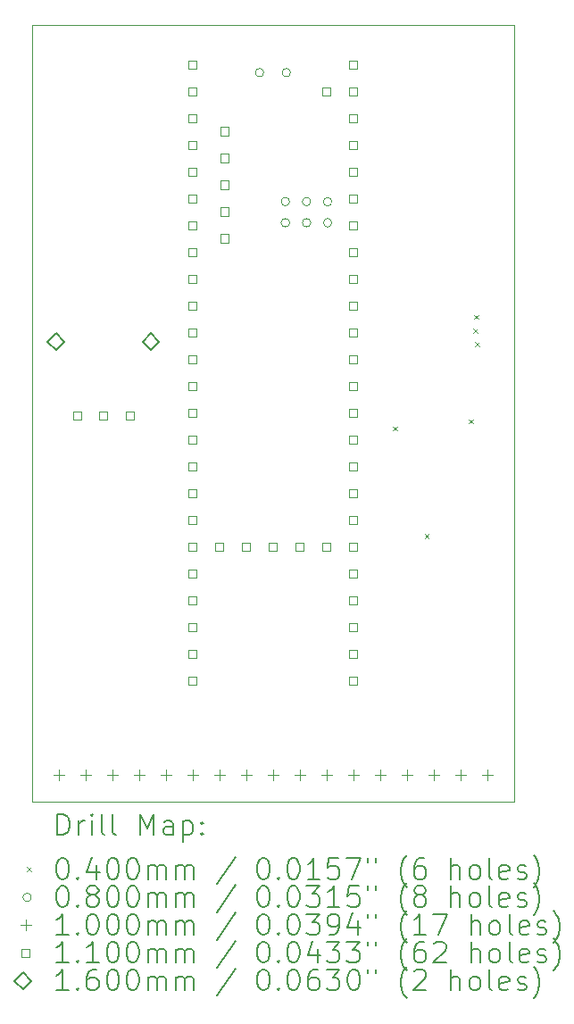
<source format=gbr>
%TF.GenerationSoftware,KiCad,Pcbnew,7.0.2-0*%
%TF.CreationDate,2023-11-12T18:20:21-05:00*%
%TF.ProjectId,Mux Module CD74HCT4067M,4d757820-4d6f-4647-956c-652043443734,rev?*%
%TF.SameCoordinates,Original*%
%TF.FileFunction,Drillmap*%
%TF.FilePolarity,Positive*%
%FSLAX45Y45*%
G04 Gerber Fmt 4.5, Leading zero omitted, Abs format (unit mm)*
G04 Created by KiCad (PCBNEW 7.0.2-0) date 2023-11-12 18:20:21*
%MOMM*%
%LPD*%
G01*
G04 APERTURE LIST*
%ADD10C,0.100000*%
%ADD11C,0.200000*%
%ADD12C,0.040000*%
%ADD13C,0.080000*%
%ADD14C,0.110000*%
%ADD15C,0.160000*%
G04 APERTURE END LIST*
D10*
X12700000Y-2286000D02*
X17272000Y-2286000D01*
X17272000Y-9652000D01*
X12700000Y-9652000D01*
X12700000Y-2286000D01*
D11*
D12*
X16123060Y-6096380D02*
X16163060Y-6136380D01*
X16163060Y-6096380D02*
X16123060Y-6136380D01*
X16425310Y-7115190D02*
X16465310Y-7155190D01*
X16465310Y-7115190D02*
X16425310Y-7155190D01*
X16842270Y-6027270D02*
X16882270Y-6067270D01*
X16882270Y-6027270D02*
X16842270Y-6067270D01*
X16885670Y-5168770D02*
X16925670Y-5208770D01*
X16925670Y-5168770D02*
X16885670Y-5208770D01*
X16895950Y-5038260D02*
X16935950Y-5078260D01*
X16935950Y-5038260D02*
X16895950Y-5078260D01*
X16902090Y-5293140D02*
X16942090Y-5333140D01*
X16942090Y-5293140D02*
X16902090Y-5333140D01*
D13*
X14899000Y-2740000D02*
G75*
G03*
X14899000Y-2740000I-40000J0D01*
G01*
X15144160Y-3964000D02*
G75*
G03*
X15144160Y-3964000I-40000J0D01*
G01*
X15144160Y-4164000D02*
G75*
G03*
X15144160Y-4164000I-40000J0D01*
G01*
X15153000Y-2740000D02*
G75*
G03*
X15153000Y-2740000I-40000J0D01*
G01*
X15344160Y-3964000D02*
G75*
G03*
X15344160Y-3964000I-40000J0D01*
G01*
X15344160Y-4164000D02*
G75*
G03*
X15344160Y-4164000I-40000J0D01*
G01*
X15544160Y-3964000D02*
G75*
G03*
X15544160Y-3964000I-40000J0D01*
G01*
X15544160Y-4164000D02*
G75*
G03*
X15544160Y-4164000I-40000J0D01*
G01*
D10*
X12954000Y-9348000D02*
X12954000Y-9448000D01*
X12904000Y-9398000D02*
X13004000Y-9398000D01*
X13208000Y-9348000D02*
X13208000Y-9448000D01*
X13158000Y-9398000D02*
X13258000Y-9398000D01*
X13462000Y-9348000D02*
X13462000Y-9448000D01*
X13412000Y-9398000D02*
X13512000Y-9398000D01*
X13716000Y-9348000D02*
X13716000Y-9448000D01*
X13666000Y-9398000D02*
X13766000Y-9398000D01*
X13970000Y-9348000D02*
X13970000Y-9448000D01*
X13920000Y-9398000D02*
X14020000Y-9398000D01*
X14224000Y-9348000D02*
X14224000Y-9448000D01*
X14174000Y-9398000D02*
X14274000Y-9398000D01*
X14478000Y-9348000D02*
X14478000Y-9448000D01*
X14428000Y-9398000D02*
X14528000Y-9398000D01*
X14732000Y-9348000D02*
X14732000Y-9448000D01*
X14682000Y-9398000D02*
X14782000Y-9398000D01*
X14986000Y-9348000D02*
X14986000Y-9448000D01*
X14936000Y-9398000D02*
X15036000Y-9398000D01*
X15240000Y-9348000D02*
X15240000Y-9448000D01*
X15190000Y-9398000D02*
X15290000Y-9398000D01*
X15494000Y-9348000D02*
X15494000Y-9448000D01*
X15444000Y-9398000D02*
X15544000Y-9398000D01*
X15748000Y-9348000D02*
X15748000Y-9448000D01*
X15698000Y-9398000D02*
X15798000Y-9398000D01*
X16002000Y-9348000D02*
X16002000Y-9448000D01*
X15952000Y-9398000D02*
X16052000Y-9398000D01*
X16256000Y-9348000D02*
X16256000Y-9448000D01*
X16206000Y-9398000D02*
X16306000Y-9398000D01*
X16510000Y-9348000D02*
X16510000Y-9448000D01*
X16460000Y-9398000D02*
X16560000Y-9398000D01*
X16764000Y-9348000D02*
X16764000Y-9448000D01*
X16714000Y-9398000D02*
X16814000Y-9398000D01*
X17018000Y-9348000D02*
X17018000Y-9448000D01*
X16968000Y-9398000D02*
X17068000Y-9398000D01*
D14*
X13166631Y-6032131D02*
X13166631Y-5954349D01*
X13088849Y-5954349D01*
X13088849Y-6032131D01*
X13166631Y-6032131D01*
X13416631Y-6032131D02*
X13416631Y-5954349D01*
X13338849Y-5954349D01*
X13338849Y-6032131D01*
X13416631Y-6032131D01*
X13666631Y-6032131D02*
X13666631Y-5954349D01*
X13588849Y-5954349D01*
X13588849Y-6032131D01*
X13666631Y-6032131D01*
X14262891Y-2705891D02*
X14262891Y-2628109D01*
X14185109Y-2628109D01*
X14185109Y-2705891D01*
X14262891Y-2705891D01*
X14262891Y-2959891D02*
X14262891Y-2882109D01*
X14185109Y-2882109D01*
X14185109Y-2959891D01*
X14262891Y-2959891D01*
X14262891Y-3213891D02*
X14262891Y-3136109D01*
X14185109Y-3136109D01*
X14185109Y-3213891D01*
X14262891Y-3213891D01*
X14262891Y-3467891D02*
X14262891Y-3390109D01*
X14185109Y-3390109D01*
X14185109Y-3467891D01*
X14262891Y-3467891D01*
X14262891Y-3721891D02*
X14262891Y-3644109D01*
X14185109Y-3644109D01*
X14185109Y-3721891D01*
X14262891Y-3721891D01*
X14262891Y-3975891D02*
X14262891Y-3898109D01*
X14185109Y-3898109D01*
X14185109Y-3975891D01*
X14262891Y-3975891D01*
X14262891Y-4229891D02*
X14262891Y-4152109D01*
X14185109Y-4152109D01*
X14185109Y-4229891D01*
X14262891Y-4229891D01*
X14262891Y-4483891D02*
X14262891Y-4406109D01*
X14185109Y-4406109D01*
X14185109Y-4483891D01*
X14262891Y-4483891D01*
X14262891Y-4737891D02*
X14262891Y-4660109D01*
X14185109Y-4660109D01*
X14185109Y-4737891D01*
X14262891Y-4737891D01*
X14262891Y-4991891D02*
X14262891Y-4914109D01*
X14185109Y-4914109D01*
X14185109Y-4991891D01*
X14262891Y-4991891D01*
X14262891Y-5245891D02*
X14262891Y-5168109D01*
X14185109Y-5168109D01*
X14185109Y-5245891D01*
X14262891Y-5245891D01*
X14262891Y-5499891D02*
X14262891Y-5422109D01*
X14185109Y-5422109D01*
X14185109Y-5499891D01*
X14262891Y-5499891D01*
X14262891Y-5753891D02*
X14262891Y-5676109D01*
X14185109Y-5676109D01*
X14185109Y-5753891D01*
X14262891Y-5753891D01*
X14262891Y-6007891D02*
X14262891Y-5930109D01*
X14185109Y-5930109D01*
X14185109Y-6007891D01*
X14262891Y-6007891D01*
X14262891Y-6261891D02*
X14262891Y-6184109D01*
X14185109Y-6184109D01*
X14185109Y-6261891D01*
X14262891Y-6261891D01*
X14262891Y-6515891D02*
X14262891Y-6438109D01*
X14185109Y-6438109D01*
X14185109Y-6515891D01*
X14262891Y-6515891D01*
X14262891Y-6769891D02*
X14262891Y-6692109D01*
X14185109Y-6692109D01*
X14185109Y-6769891D01*
X14262891Y-6769891D01*
X14262891Y-7023891D02*
X14262891Y-6946109D01*
X14185109Y-6946109D01*
X14185109Y-7023891D01*
X14262891Y-7023891D01*
X14262891Y-7277891D02*
X14262891Y-7200109D01*
X14185109Y-7200109D01*
X14185109Y-7277891D01*
X14262891Y-7277891D01*
X14262891Y-7531891D02*
X14262891Y-7454109D01*
X14185109Y-7454109D01*
X14185109Y-7531891D01*
X14262891Y-7531891D01*
X14262891Y-7785891D02*
X14262891Y-7708109D01*
X14185109Y-7708109D01*
X14185109Y-7785891D01*
X14262891Y-7785891D01*
X14262891Y-8039891D02*
X14262891Y-7962109D01*
X14185109Y-7962109D01*
X14185109Y-8039891D01*
X14262891Y-8039891D01*
X14262891Y-8293891D02*
X14262891Y-8216109D01*
X14185109Y-8216109D01*
X14185109Y-8293891D01*
X14262891Y-8293891D01*
X14262891Y-8547891D02*
X14262891Y-8470109D01*
X14185109Y-8470109D01*
X14185109Y-8547891D01*
X14262891Y-8547891D01*
X14516891Y-7277891D02*
X14516891Y-7200109D01*
X14439109Y-7200109D01*
X14439109Y-7277891D01*
X14516891Y-7277891D01*
X14567971Y-3335811D02*
X14567971Y-3258029D01*
X14490189Y-3258029D01*
X14490189Y-3335811D01*
X14567971Y-3335811D01*
X14567971Y-3589811D02*
X14567971Y-3512029D01*
X14490189Y-3512029D01*
X14490189Y-3589811D01*
X14567971Y-3589811D01*
X14567971Y-3843811D02*
X14567971Y-3766029D01*
X14490189Y-3766029D01*
X14490189Y-3843811D01*
X14567971Y-3843811D01*
X14567971Y-4097811D02*
X14567971Y-4020029D01*
X14490189Y-4020029D01*
X14490189Y-4097811D01*
X14567971Y-4097811D01*
X14567971Y-4351811D02*
X14567971Y-4274029D01*
X14490189Y-4274029D01*
X14490189Y-4351811D01*
X14567971Y-4351811D01*
X14770891Y-7277891D02*
X14770891Y-7200109D01*
X14693109Y-7200109D01*
X14693109Y-7277891D01*
X14770891Y-7277891D01*
X15024891Y-7277891D02*
X15024891Y-7200109D01*
X14947109Y-7200109D01*
X14947109Y-7277891D01*
X15024891Y-7277891D01*
X15278891Y-7277891D02*
X15278891Y-7200109D01*
X15201109Y-7200109D01*
X15201109Y-7277891D01*
X15278891Y-7277891D01*
X15532891Y-2959891D02*
X15532891Y-2882109D01*
X15455109Y-2882109D01*
X15455109Y-2959891D01*
X15532891Y-2959891D01*
X15532891Y-7277891D02*
X15532891Y-7200109D01*
X15455109Y-7200109D01*
X15455109Y-7277891D01*
X15532891Y-7277891D01*
X15786891Y-2705891D02*
X15786891Y-2628109D01*
X15709109Y-2628109D01*
X15709109Y-2705891D01*
X15786891Y-2705891D01*
X15786891Y-2959891D02*
X15786891Y-2882109D01*
X15709109Y-2882109D01*
X15709109Y-2959891D01*
X15786891Y-2959891D01*
X15786891Y-3213891D02*
X15786891Y-3136109D01*
X15709109Y-3136109D01*
X15709109Y-3213891D01*
X15786891Y-3213891D01*
X15786891Y-3467891D02*
X15786891Y-3390109D01*
X15709109Y-3390109D01*
X15709109Y-3467891D01*
X15786891Y-3467891D01*
X15786891Y-3721891D02*
X15786891Y-3644109D01*
X15709109Y-3644109D01*
X15709109Y-3721891D01*
X15786891Y-3721891D01*
X15786891Y-3975891D02*
X15786891Y-3898109D01*
X15709109Y-3898109D01*
X15709109Y-3975891D01*
X15786891Y-3975891D01*
X15786891Y-4229891D02*
X15786891Y-4152109D01*
X15709109Y-4152109D01*
X15709109Y-4229891D01*
X15786891Y-4229891D01*
X15786891Y-4483891D02*
X15786891Y-4406109D01*
X15709109Y-4406109D01*
X15709109Y-4483891D01*
X15786891Y-4483891D01*
X15786891Y-4737891D02*
X15786891Y-4660109D01*
X15709109Y-4660109D01*
X15709109Y-4737891D01*
X15786891Y-4737891D01*
X15786891Y-4991891D02*
X15786891Y-4914109D01*
X15709109Y-4914109D01*
X15709109Y-4991891D01*
X15786891Y-4991891D01*
X15786891Y-5245891D02*
X15786891Y-5168109D01*
X15709109Y-5168109D01*
X15709109Y-5245891D01*
X15786891Y-5245891D01*
X15786891Y-5499891D02*
X15786891Y-5422109D01*
X15709109Y-5422109D01*
X15709109Y-5499891D01*
X15786891Y-5499891D01*
X15786891Y-5753891D02*
X15786891Y-5676109D01*
X15709109Y-5676109D01*
X15709109Y-5753891D01*
X15786891Y-5753891D01*
X15786891Y-6007891D02*
X15786891Y-5930109D01*
X15709109Y-5930109D01*
X15709109Y-6007891D01*
X15786891Y-6007891D01*
X15786891Y-6261891D02*
X15786891Y-6184109D01*
X15709109Y-6184109D01*
X15709109Y-6261891D01*
X15786891Y-6261891D01*
X15786891Y-6515891D02*
X15786891Y-6438109D01*
X15709109Y-6438109D01*
X15709109Y-6515891D01*
X15786891Y-6515891D01*
X15786891Y-6769891D02*
X15786891Y-6692109D01*
X15709109Y-6692109D01*
X15709109Y-6769891D01*
X15786891Y-6769891D01*
X15786891Y-7023891D02*
X15786891Y-6946109D01*
X15709109Y-6946109D01*
X15709109Y-7023891D01*
X15786891Y-7023891D01*
X15786891Y-7277891D02*
X15786891Y-7200109D01*
X15709109Y-7200109D01*
X15709109Y-7277891D01*
X15786891Y-7277891D01*
X15786891Y-7531891D02*
X15786891Y-7454109D01*
X15709109Y-7454109D01*
X15709109Y-7531891D01*
X15786891Y-7531891D01*
X15786891Y-7785891D02*
X15786891Y-7708109D01*
X15709109Y-7708109D01*
X15709109Y-7785891D01*
X15786891Y-7785891D01*
X15786891Y-8039891D02*
X15786891Y-7962109D01*
X15709109Y-7962109D01*
X15709109Y-8039891D01*
X15786891Y-8039891D01*
X15786891Y-8293891D02*
X15786891Y-8216109D01*
X15709109Y-8216109D01*
X15709109Y-8293891D01*
X15786891Y-8293891D01*
X15786891Y-8547891D02*
X15786891Y-8470109D01*
X15709109Y-8470109D01*
X15709109Y-8547891D01*
X15786891Y-8547891D01*
D15*
X12927740Y-5373240D02*
X13007740Y-5293240D01*
X12927740Y-5213240D01*
X12847740Y-5293240D01*
X12927740Y-5373240D01*
X13827740Y-5373240D02*
X13907740Y-5293240D01*
X13827740Y-5213240D01*
X13747740Y-5293240D01*
X13827740Y-5373240D01*
D11*
X12942619Y-9969524D02*
X12942619Y-9769524D01*
X12942619Y-9769524D02*
X12990238Y-9769524D01*
X12990238Y-9769524D02*
X13018809Y-9779048D01*
X13018809Y-9779048D02*
X13037857Y-9798095D01*
X13037857Y-9798095D02*
X13047381Y-9817143D01*
X13047381Y-9817143D02*
X13056905Y-9855238D01*
X13056905Y-9855238D02*
X13056905Y-9883810D01*
X13056905Y-9883810D02*
X13047381Y-9921905D01*
X13047381Y-9921905D02*
X13037857Y-9940952D01*
X13037857Y-9940952D02*
X13018809Y-9960000D01*
X13018809Y-9960000D02*
X12990238Y-9969524D01*
X12990238Y-9969524D02*
X12942619Y-9969524D01*
X13142619Y-9969524D02*
X13142619Y-9836190D01*
X13142619Y-9874286D02*
X13152143Y-9855238D01*
X13152143Y-9855238D02*
X13161667Y-9845714D01*
X13161667Y-9845714D02*
X13180714Y-9836190D01*
X13180714Y-9836190D02*
X13199762Y-9836190D01*
X13266428Y-9969524D02*
X13266428Y-9836190D01*
X13266428Y-9769524D02*
X13256905Y-9779048D01*
X13256905Y-9779048D02*
X13266428Y-9788571D01*
X13266428Y-9788571D02*
X13275952Y-9779048D01*
X13275952Y-9779048D02*
X13266428Y-9769524D01*
X13266428Y-9769524D02*
X13266428Y-9788571D01*
X13390238Y-9969524D02*
X13371190Y-9960000D01*
X13371190Y-9960000D02*
X13361667Y-9940952D01*
X13361667Y-9940952D02*
X13361667Y-9769524D01*
X13495000Y-9969524D02*
X13475952Y-9960000D01*
X13475952Y-9960000D02*
X13466428Y-9940952D01*
X13466428Y-9940952D02*
X13466428Y-9769524D01*
X13723571Y-9969524D02*
X13723571Y-9769524D01*
X13723571Y-9769524D02*
X13790238Y-9912381D01*
X13790238Y-9912381D02*
X13856905Y-9769524D01*
X13856905Y-9769524D02*
X13856905Y-9969524D01*
X14037857Y-9969524D02*
X14037857Y-9864762D01*
X14037857Y-9864762D02*
X14028333Y-9845714D01*
X14028333Y-9845714D02*
X14009286Y-9836190D01*
X14009286Y-9836190D02*
X13971190Y-9836190D01*
X13971190Y-9836190D02*
X13952143Y-9845714D01*
X14037857Y-9960000D02*
X14018809Y-9969524D01*
X14018809Y-9969524D02*
X13971190Y-9969524D01*
X13971190Y-9969524D02*
X13952143Y-9960000D01*
X13952143Y-9960000D02*
X13942619Y-9940952D01*
X13942619Y-9940952D02*
X13942619Y-9921905D01*
X13942619Y-9921905D02*
X13952143Y-9902857D01*
X13952143Y-9902857D02*
X13971190Y-9893333D01*
X13971190Y-9893333D02*
X14018809Y-9893333D01*
X14018809Y-9893333D02*
X14037857Y-9883810D01*
X14133095Y-9836190D02*
X14133095Y-10036190D01*
X14133095Y-9845714D02*
X14152143Y-9836190D01*
X14152143Y-9836190D02*
X14190238Y-9836190D01*
X14190238Y-9836190D02*
X14209286Y-9845714D01*
X14209286Y-9845714D02*
X14218809Y-9855238D01*
X14218809Y-9855238D02*
X14228333Y-9874286D01*
X14228333Y-9874286D02*
X14228333Y-9931429D01*
X14228333Y-9931429D02*
X14218809Y-9950476D01*
X14218809Y-9950476D02*
X14209286Y-9960000D01*
X14209286Y-9960000D02*
X14190238Y-9969524D01*
X14190238Y-9969524D02*
X14152143Y-9969524D01*
X14152143Y-9969524D02*
X14133095Y-9960000D01*
X14314048Y-9950476D02*
X14323571Y-9960000D01*
X14323571Y-9960000D02*
X14314048Y-9969524D01*
X14314048Y-9969524D02*
X14304524Y-9960000D01*
X14304524Y-9960000D02*
X14314048Y-9950476D01*
X14314048Y-9950476D02*
X14314048Y-9969524D01*
X14314048Y-9845714D02*
X14323571Y-9855238D01*
X14323571Y-9855238D02*
X14314048Y-9864762D01*
X14314048Y-9864762D02*
X14304524Y-9855238D01*
X14304524Y-9855238D02*
X14314048Y-9845714D01*
X14314048Y-9845714D02*
X14314048Y-9864762D01*
D12*
X12655000Y-10277000D02*
X12695000Y-10317000D01*
X12695000Y-10277000D02*
X12655000Y-10317000D01*
D11*
X12980714Y-10189524D02*
X12999762Y-10189524D01*
X12999762Y-10189524D02*
X13018809Y-10199048D01*
X13018809Y-10199048D02*
X13028333Y-10208571D01*
X13028333Y-10208571D02*
X13037857Y-10227619D01*
X13037857Y-10227619D02*
X13047381Y-10265714D01*
X13047381Y-10265714D02*
X13047381Y-10313333D01*
X13047381Y-10313333D02*
X13037857Y-10351429D01*
X13037857Y-10351429D02*
X13028333Y-10370476D01*
X13028333Y-10370476D02*
X13018809Y-10380000D01*
X13018809Y-10380000D02*
X12999762Y-10389524D01*
X12999762Y-10389524D02*
X12980714Y-10389524D01*
X12980714Y-10389524D02*
X12961667Y-10380000D01*
X12961667Y-10380000D02*
X12952143Y-10370476D01*
X12952143Y-10370476D02*
X12942619Y-10351429D01*
X12942619Y-10351429D02*
X12933095Y-10313333D01*
X12933095Y-10313333D02*
X12933095Y-10265714D01*
X12933095Y-10265714D02*
X12942619Y-10227619D01*
X12942619Y-10227619D02*
X12952143Y-10208571D01*
X12952143Y-10208571D02*
X12961667Y-10199048D01*
X12961667Y-10199048D02*
X12980714Y-10189524D01*
X13133095Y-10370476D02*
X13142619Y-10380000D01*
X13142619Y-10380000D02*
X13133095Y-10389524D01*
X13133095Y-10389524D02*
X13123571Y-10380000D01*
X13123571Y-10380000D02*
X13133095Y-10370476D01*
X13133095Y-10370476D02*
X13133095Y-10389524D01*
X13314048Y-10256190D02*
X13314048Y-10389524D01*
X13266428Y-10180000D02*
X13218809Y-10322857D01*
X13218809Y-10322857D02*
X13342619Y-10322857D01*
X13456905Y-10189524D02*
X13475952Y-10189524D01*
X13475952Y-10189524D02*
X13495000Y-10199048D01*
X13495000Y-10199048D02*
X13504524Y-10208571D01*
X13504524Y-10208571D02*
X13514048Y-10227619D01*
X13514048Y-10227619D02*
X13523571Y-10265714D01*
X13523571Y-10265714D02*
X13523571Y-10313333D01*
X13523571Y-10313333D02*
X13514048Y-10351429D01*
X13514048Y-10351429D02*
X13504524Y-10370476D01*
X13504524Y-10370476D02*
X13495000Y-10380000D01*
X13495000Y-10380000D02*
X13475952Y-10389524D01*
X13475952Y-10389524D02*
X13456905Y-10389524D01*
X13456905Y-10389524D02*
X13437857Y-10380000D01*
X13437857Y-10380000D02*
X13428333Y-10370476D01*
X13428333Y-10370476D02*
X13418809Y-10351429D01*
X13418809Y-10351429D02*
X13409286Y-10313333D01*
X13409286Y-10313333D02*
X13409286Y-10265714D01*
X13409286Y-10265714D02*
X13418809Y-10227619D01*
X13418809Y-10227619D02*
X13428333Y-10208571D01*
X13428333Y-10208571D02*
X13437857Y-10199048D01*
X13437857Y-10199048D02*
X13456905Y-10189524D01*
X13647381Y-10189524D02*
X13666429Y-10189524D01*
X13666429Y-10189524D02*
X13685476Y-10199048D01*
X13685476Y-10199048D02*
X13695000Y-10208571D01*
X13695000Y-10208571D02*
X13704524Y-10227619D01*
X13704524Y-10227619D02*
X13714048Y-10265714D01*
X13714048Y-10265714D02*
X13714048Y-10313333D01*
X13714048Y-10313333D02*
X13704524Y-10351429D01*
X13704524Y-10351429D02*
X13695000Y-10370476D01*
X13695000Y-10370476D02*
X13685476Y-10380000D01*
X13685476Y-10380000D02*
X13666429Y-10389524D01*
X13666429Y-10389524D02*
X13647381Y-10389524D01*
X13647381Y-10389524D02*
X13628333Y-10380000D01*
X13628333Y-10380000D02*
X13618809Y-10370476D01*
X13618809Y-10370476D02*
X13609286Y-10351429D01*
X13609286Y-10351429D02*
X13599762Y-10313333D01*
X13599762Y-10313333D02*
X13599762Y-10265714D01*
X13599762Y-10265714D02*
X13609286Y-10227619D01*
X13609286Y-10227619D02*
X13618809Y-10208571D01*
X13618809Y-10208571D02*
X13628333Y-10199048D01*
X13628333Y-10199048D02*
X13647381Y-10189524D01*
X13799762Y-10389524D02*
X13799762Y-10256190D01*
X13799762Y-10275238D02*
X13809286Y-10265714D01*
X13809286Y-10265714D02*
X13828333Y-10256190D01*
X13828333Y-10256190D02*
X13856905Y-10256190D01*
X13856905Y-10256190D02*
X13875952Y-10265714D01*
X13875952Y-10265714D02*
X13885476Y-10284762D01*
X13885476Y-10284762D02*
X13885476Y-10389524D01*
X13885476Y-10284762D02*
X13895000Y-10265714D01*
X13895000Y-10265714D02*
X13914048Y-10256190D01*
X13914048Y-10256190D02*
X13942619Y-10256190D01*
X13942619Y-10256190D02*
X13961667Y-10265714D01*
X13961667Y-10265714D02*
X13971190Y-10284762D01*
X13971190Y-10284762D02*
X13971190Y-10389524D01*
X14066429Y-10389524D02*
X14066429Y-10256190D01*
X14066429Y-10275238D02*
X14075952Y-10265714D01*
X14075952Y-10265714D02*
X14095000Y-10256190D01*
X14095000Y-10256190D02*
X14123571Y-10256190D01*
X14123571Y-10256190D02*
X14142619Y-10265714D01*
X14142619Y-10265714D02*
X14152143Y-10284762D01*
X14152143Y-10284762D02*
X14152143Y-10389524D01*
X14152143Y-10284762D02*
X14161667Y-10265714D01*
X14161667Y-10265714D02*
X14180714Y-10256190D01*
X14180714Y-10256190D02*
X14209286Y-10256190D01*
X14209286Y-10256190D02*
X14228333Y-10265714D01*
X14228333Y-10265714D02*
X14237857Y-10284762D01*
X14237857Y-10284762D02*
X14237857Y-10389524D01*
X14628333Y-10180000D02*
X14456905Y-10437143D01*
X14885476Y-10189524D02*
X14904524Y-10189524D01*
X14904524Y-10189524D02*
X14923572Y-10199048D01*
X14923572Y-10199048D02*
X14933095Y-10208571D01*
X14933095Y-10208571D02*
X14942619Y-10227619D01*
X14942619Y-10227619D02*
X14952143Y-10265714D01*
X14952143Y-10265714D02*
X14952143Y-10313333D01*
X14952143Y-10313333D02*
X14942619Y-10351429D01*
X14942619Y-10351429D02*
X14933095Y-10370476D01*
X14933095Y-10370476D02*
X14923572Y-10380000D01*
X14923572Y-10380000D02*
X14904524Y-10389524D01*
X14904524Y-10389524D02*
X14885476Y-10389524D01*
X14885476Y-10389524D02*
X14866429Y-10380000D01*
X14866429Y-10380000D02*
X14856905Y-10370476D01*
X14856905Y-10370476D02*
X14847381Y-10351429D01*
X14847381Y-10351429D02*
X14837857Y-10313333D01*
X14837857Y-10313333D02*
X14837857Y-10265714D01*
X14837857Y-10265714D02*
X14847381Y-10227619D01*
X14847381Y-10227619D02*
X14856905Y-10208571D01*
X14856905Y-10208571D02*
X14866429Y-10199048D01*
X14866429Y-10199048D02*
X14885476Y-10189524D01*
X15037857Y-10370476D02*
X15047381Y-10380000D01*
X15047381Y-10380000D02*
X15037857Y-10389524D01*
X15037857Y-10389524D02*
X15028333Y-10380000D01*
X15028333Y-10380000D02*
X15037857Y-10370476D01*
X15037857Y-10370476D02*
X15037857Y-10389524D01*
X15171191Y-10189524D02*
X15190238Y-10189524D01*
X15190238Y-10189524D02*
X15209286Y-10199048D01*
X15209286Y-10199048D02*
X15218810Y-10208571D01*
X15218810Y-10208571D02*
X15228333Y-10227619D01*
X15228333Y-10227619D02*
X15237857Y-10265714D01*
X15237857Y-10265714D02*
X15237857Y-10313333D01*
X15237857Y-10313333D02*
X15228333Y-10351429D01*
X15228333Y-10351429D02*
X15218810Y-10370476D01*
X15218810Y-10370476D02*
X15209286Y-10380000D01*
X15209286Y-10380000D02*
X15190238Y-10389524D01*
X15190238Y-10389524D02*
X15171191Y-10389524D01*
X15171191Y-10389524D02*
X15152143Y-10380000D01*
X15152143Y-10380000D02*
X15142619Y-10370476D01*
X15142619Y-10370476D02*
X15133095Y-10351429D01*
X15133095Y-10351429D02*
X15123572Y-10313333D01*
X15123572Y-10313333D02*
X15123572Y-10265714D01*
X15123572Y-10265714D02*
X15133095Y-10227619D01*
X15133095Y-10227619D02*
X15142619Y-10208571D01*
X15142619Y-10208571D02*
X15152143Y-10199048D01*
X15152143Y-10199048D02*
X15171191Y-10189524D01*
X15428333Y-10389524D02*
X15314048Y-10389524D01*
X15371191Y-10389524D02*
X15371191Y-10189524D01*
X15371191Y-10189524D02*
X15352143Y-10218095D01*
X15352143Y-10218095D02*
X15333095Y-10237143D01*
X15333095Y-10237143D02*
X15314048Y-10246667D01*
X15609286Y-10189524D02*
X15514048Y-10189524D01*
X15514048Y-10189524D02*
X15504524Y-10284762D01*
X15504524Y-10284762D02*
X15514048Y-10275238D01*
X15514048Y-10275238D02*
X15533095Y-10265714D01*
X15533095Y-10265714D02*
X15580714Y-10265714D01*
X15580714Y-10265714D02*
X15599762Y-10275238D01*
X15599762Y-10275238D02*
X15609286Y-10284762D01*
X15609286Y-10284762D02*
X15618810Y-10303810D01*
X15618810Y-10303810D02*
X15618810Y-10351429D01*
X15618810Y-10351429D02*
X15609286Y-10370476D01*
X15609286Y-10370476D02*
X15599762Y-10380000D01*
X15599762Y-10380000D02*
X15580714Y-10389524D01*
X15580714Y-10389524D02*
X15533095Y-10389524D01*
X15533095Y-10389524D02*
X15514048Y-10380000D01*
X15514048Y-10380000D02*
X15504524Y-10370476D01*
X15685476Y-10189524D02*
X15818810Y-10189524D01*
X15818810Y-10189524D02*
X15733095Y-10389524D01*
X15885476Y-10189524D02*
X15885476Y-10227619D01*
X15961667Y-10189524D02*
X15961667Y-10227619D01*
X16256905Y-10465714D02*
X16247381Y-10456190D01*
X16247381Y-10456190D02*
X16228334Y-10427619D01*
X16228334Y-10427619D02*
X16218810Y-10408571D01*
X16218810Y-10408571D02*
X16209286Y-10380000D01*
X16209286Y-10380000D02*
X16199762Y-10332381D01*
X16199762Y-10332381D02*
X16199762Y-10294286D01*
X16199762Y-10294286D02*
X16209286Y-10246667D01*
X16209286Y-10246667D02*
X16218810Y-10218095D01*
X16218810Y-10218095D02*
X16228334Y-10199048D01*
X16228334Y-10199048D02*
X16247381Y-10170476D01*
X16247381Y-10170476D02*
X16256905Y-10160952D01*
X16418810Y-10189524D02*
X16380714Y-10189524D01*
X16380714Y-10189524D02*
X16361667Y-10199048D01*
X16361667Y-10199048D02*
X16352143Y-10208571D01*
X16352143Y-10208571D02*
X16333095Y-10237143D01*
X16333095Y-10237143D02*
X16323572Y-10275238D01*
X16323572Y-10275238D02*
X16323572Y-10351429D01*
X16323572Y-10351429D02*
X16333095Y-10370476D01*
X16333095Y-10370476D02*
X16342619Y-10380000D01*
X16342619Y-10380000D02*
X16361667Y-10389524D01*
X16361667Y-10389524D02*
X16399762Y-10389524D01*
X16399762Y-10389524D02*
X16418810Y-10380000D01*
X16418810Y-10380000D02*
X16428334Y-10370476D01*
X16428334Y-10370476D02*
X16437857Y-10351429D01*
X16437857Y-10351429D02*
X16437857Y-10303810D01*
X16437857Y-10303810D02*
X16428334Y-10284762D01*
X16428334Y-10284762D02*
X16418810Y-10275238D01*
X16418810Y-10275238D02*
X16399762Y-10265714D01*
X16399762Y-10265714D02*
X16361667Y-10265714D01*
X16361667Y-10265714D02*
X16342619Y-10275238D01*
X16342619Y-10275238D02*
X16333095Y-10284762D01*
X16333095Y-10284762D02*
X16323572Y-10303810D01*
X16675953Y-10389524D02*
X16675953Y-10189524D01*
X16761667Y-10389524D02*
X16761667Y-10284762D01*
X16761667Y-10284762D02*
X16752143Y-10265714D01*
X16752143Y-10265714D02*
X16733096Y-10256190D01*
X16733096Y-10256190D02*
X16704524Y-10256190D01*
X16704524Y-10256190D02*
X16685476Y-10265714D01*
X16685476Y-10265714D02*
X16675953Y-10275238D01*
X16885477Y-10389524D02*
X16866429Y-10380000D01*
X16866429Y-10380000D02*
X16856905Y-10370476D01*
X16856905Y-10370476D02*
X16847381Y-10351429D01*
X16847381Y-10351429D02*
X16847381Y-10294286D01*
X16847381Y-10294286D02*
X16856905Y-10275238D01*
X16856905Y-10275238D02*
X16866429Y-10265714D01*
X16866429Y-10265714D02*
X16885477Y-10256190D01*
X16885477Y-10256190D02*
X16914048Y-10256190D01*
X16914048Y-10256190D02*
X16933096Y-10265714D01*
X16933096Y-10265714D02*
X16942619Y-10275238D01*
X16942619Y-10275238D02*
X16952143Y-10294286D01*
X16952143Y-10294286D02*
X16952143Y-10351429D01*
X16952143Y-10351429D02*
X16942619Y-10370476D01*
X16942619Y-10370476D02*
X16933096Y-10380000D01*
X16933096Y-10380000D02*
X16914048Y-10389524D01*
X16914048Y-10389524D02*
X16885477Y-10389524D01*
X17066429Y-10389524D02*
X17047381Y-10380000D01*
X17047381Y-10380000D02*
X17037858Y-10360952D01*
X17037858Y-10360952D02*
X17037858Y-10189524D01*
X17218810Y-10380000D02*
X17199762Y-10389524D01*
X17199762Y-10389524D02*
X17161667Y-10389524D01*
X17161667Y-10389524D02*
X17142619Y-10380000D01*
X17142619Y-10380000D02*
X17133096Y-10360952D01*
X17133096Y-10360952D02*
X17133096Y-10284762D01*
X17133096Y-10284762D02*
X17142619Y-10265714D01*
X17142619Y-10265714D02*
X17161667Y-10256190D01*
X17161667Y-10256190D02*
X17199762Y-10256190D01*
X17199762Y-10256190D02*
X17218810Y-10265714D01*
X17218810Y-10265714D02*
X17228334Y-10284762D01*
X17228334Y-10284762D02*
X17228334Y-10303810D01*
X17228334Y-10303810D02*
X17133096Y-10322857D01*
X17304524Y-10380000D02*
X17323572Y-10389524D01*
X17323572Y-10389524D02*
X17361667Y-10389524D01*
X17361667Y-10389524D02*
X17380715Y-10380000D01*
X17380715Y-10380000D02*
X17390239Y-10360952D01*
X17390239Y-10360952D02*
X17390239Y-10351429D01*
X17390239Y-10351429D02*
X17380715Y-10332381D01*
X17380715Y-10332381D02*
X17361667Y-10322857D01*
X17361667Y-10322857D02*
X17333096Y-10322857D01*
X17333096Y-10322857D02*
X17314048Y-10313333D01*
X17314048Y-10313333D02*
X17304524Y-10294286D01*
X17304524Y-10294286D02*
X17304524Y-10284762D01*
X17304524Y-10284762D02*
X17314048Y-10265714D01*
X17314048Y-10265714D02*
X17333096Y-10256190D01*
X17333096Y-10256190D02*
X17361667Y-10256190D01*
X17361667Y-10256190D02*
X17380715Y-10265714D01*
X17456905Y-10465714D02*
X17466429Y-10456190D01*
X17466429Y-10456190D02*
X17485477Y-10427619D01*
X17485477Y-10427619D02*
X17495000Y-10408571D01*
X17495000Y-10408571D02*
X17504524Y-10380000D01*
X17504524Y-10380000D02*
X17514048Y-10332381D01*
X17514048Y-10332381D02*
X17514048Y-10294286D01*
X17514048Y-10294286D02*
X17504524Y-10246667D01*
X17504524Y-10246667D02*
X17495000Y-10218095D01*
X17495000Y-10218095D02*
X17485477Y-10199048D01*
X17485477Y-10199048D02*
X17466429Y-10170476D01*
X17466429Y-10170476D02*
X17456905Y-10160952D01*
D13*
X12695000Y-10561000D02*
G75*
G03*
X12695000Y-10561000I-40000J0D01*
G01*
D11*
X12980714Y-10453524D02*
X12999762Y-10453524D01*
X12999762Y-10453524D02*
X13018809Y-10463048D01*
X13018809Y-10463048D02*
X13028333Y-10472571D01*
X13028333Y-10472571D02*
X13037857Y-10491619D01*
X13037857Y-10491619D02*
X13047381Y-10529714D01*
X13047381Y-10529714D02*
X13047381Y-10577333D01*
X13047381Y-10577333D02*
X13037857Y-10615429D01*
X13037857Y-10615429D02*
X13028333Y-10634476D01*
X13028333Y-10634476D02*
X13018809Y-10644000D01*
X13018809Y-10644000D02*
X12999762Y-10653524D01*
X12999762Y-10653524D02*
X12980714Y-10653524D01*
X12980714Y-10653524D02*
X12961667Y-10644000D01*
X12961667Y-10644000D02*
X12952143Y-10634476D01*
X12952143Y-10634476D02*
X12942619Y-10615429D01*
X12942619Y-10615429D02*
X12933095Y-10577333D01*
X12933095Y-10577333D02*
X12933095Y-10529714D01*
X12933095Y-10529714D02*
X12942619Y-10491619D01*
X12942619Y-10491619D02*
X12952143Y-10472571D01*
X12952143Y-10472571D02*
X12961667Y-10463048D01*
X12961667Y-10463048D02*
X12980714Y-10453524D01*
X13133095Y-10634476D02*
X13142619Y-10644000D01*
X13142619Y-10644000D02*
X13133095Y-10653524D01*
X13133095Y-10653524D02*
X13123571Y-10644000D01*
X13123571Y-10644000D02*
X13133095Y-10634476D01*
X13133095Y-10634476D02*
X13133095Y-10653524D01*
X13256905Y-10539238D02*
X13237857Y-10529714D01*
X13237857Y-10529714D02*
X13228333Y-10520190D01*
X13228333Y-10520190D02*
X13218809Y-10501143D01*
X13218809Y-10501143D02*
X13218809Y-10491619D01*
X13218809Y-10491619D02*
X13228333Y-10472571D01*
X13228333Y-10472571D02*
X13237857Y-10463048D01*
X13237857Y-10463048D02*
X13256905Y-10453524D01*
X13256905Y-10453524D02*
X13295000Y-10453524D01*
X13295000Y-10453524D02*
X13314048Y-10463048D01*
X13314048Y-10463048D02*
X13323571Y-10472571D01*
X13323571Y-10472571D02*
X13333095Y-10491619D01*
X13333095Y-10491619D02*
X13333095Y-10501143D01*
X13333095Y-10501143D02*
X13323571Y-10520190D01*
X13323571Y-10520190D02*
X13314048Y-10529714D01*
X13314048Y-10529714D02*
X13295000Y-10539238D01*
X13295000Y-10539238D02*
X13256905Y-10539238D01*
X13256905Y-10539238D02*
X13237857Y-10548762D01*
X13237857Y-10548762D02*
X13228333Y-10558286D01*
X13228333Y-10558286D02*
X13218809Y-10577333D01*
X13218809Y-10577333D02*
X13218809Y-10615429D01*
X13218809Y-10615429D02*
X13228333Y-10634476D01*
X13228333Y-10634476D02*
X13237857Y-10644000D01*
X13237857Y-10644000D02*
X13256905Y-10653524D01*
X13256905Y-10653524D02*
X13295000Y-10653524D01*
X13295000Y-10653524D02*
X13314048Y-10644000D01*
X13314048Y-10644000D02*
X13323571Y-10634476D01*
X13323571Y-10634476D02*
X13333095Y-10615429D01*
X13333095Y-10615429D02*
X13333095Y-10577333D01*
X13333095Y-10577333D02*
X13323571Y-10558286D01*
X13323571Y-10558286D02*
X13314048Y-10548762D01*
X13314048Y-10548762D02*
X13295000Y-10539238D01*
X13456905Y-10453524D02*
X13475952Y-10453524D01*
X13475952Y-10453524D02*
X13495000Y-10463048D01*
X13495000Y-10463048D02*
X13504524Y-10472571D01*
X13504524Y-10472571D02*
X13514048Y-10491619D01*
X13514048Y-10491619D02*
X13523571Y-10529714D01*
X13523571Y-10529714D02*
X13523571Y-10577333D01*
X13523571Y-10577333D02*
X13514048Y-10615429D01*
X13514048Y-10615429D02*
X13504524Y-10634476D01*
X13504524Y-10634476D02*
X13495000Y-10644000D01*
X13495000Y-10644000D02*
X13475952Y-10653524D01*
X13475952Y-10653524D02*
X13456905Y-10653524D01*
X13456905Y-10653524D02*
X13437857Y-10644000D01*
X13437857Y-10644000D02*
X13428333Y-10634476D01*
X13428333Y-10634476D02*
X13418809Y-10615429D01*
X13418809Y-10615429D02*
X13409286Y-10577333D01*
X13409286Y-10577333D02*
X13409286Y-10529714D01*
X13409286Y-10529714D02*
X13418809Y-10491619D01*
X13418809Y-10491619D02*
X13428333Y-10472571D01*
X13428333Y-10472571D02*
X13437857Y-10463048D01*
X13437857Y-10463048D02*
X13456905Y-10453524D01*
X13647381Y-10453524D02*
X13666429Y-10453524D01*
X13666429Y-10453524D02*
X13685476Y-10463048D01*
X13685476Y-10463048D02*
X13695000Y-10472571D01*
X13695000Y-10472571D02*
X13704524Y-10491619D01*
X13704524Y-10491619D02*
X13714048Y-10529714D01*
X13714048Y-10529714D02*
X13714048Y-10577333D01*
X13714048Y-10577333D02*
X13704524Y-10615429D01*
X13704524Y-10615429D02*
X13695000Y-10634476D01*
X13695000Y-10634476D02*
X13685476Y-10644000D01*
X13685476Y-10644000D02*
X13666429Y-10653524D01*
X13666429Y-10653524D02*
X13647381Y-10653524D01*
X13647381Y-10653524D02*
X13628333Y-10644000D01*
X13628333Y-10644000D02*
X13618809Y-10634476D01*
X13618809Y-10634476D02*
X13609286Y-10615429D01*
X13609286Y-10615429D02*
X13599762Y-10577333D01*
X13599762Y-10577333D02*
X13599762Y-10529714D01*
X13599762Y-10529714D02*
X13609286Y-10491619D01*
X13609286Y-10491619D02*
X13618809Y-10472571D01*
X13618809Y-10472571D02*
X13628333Y-10463048D01*
X13628333Y-10463048D02*
X13647381Y-10453524D01*
X13799762Y-10653524D02*
X13799762Y-10520190D01*
X13799762Y-10539238D02*
X13809286Y-10529714D01*
X13809286Y-10529714D02*
X13828333Y-10520190D01*
X13828333Y-10520190D02*
X13856905Y-10520190D01*
X13856905Y-10520190D02*
X13875952Y-10529714D01*
X13875952Y-10529714D02*
X13885476Y-10548762D01*
X13885476Y-10548762D02*
X13885476Y-10653524D01*
X13885476Y-10548762D02*
X13895000Y-10529714D01*
X13895000Y-10529714D02*
X13914048Y-10520190D01*
X13914048Y-10520190D02*
X13942619Y-10520190D01*
X13942619Y-10520190D02*
X13961667Y-10529714D01*
X13961667Y-10529714D02*
X13971190Y-10548762D01*
X13971190Y-10548762D02*
X13971190Y-10653524D01*
X14066429Y-10653524D02*
X14066429Y-10520190D01*
X14066429Y-10539238D02*
X14075952Y-10529714D01*
X14075952Y-10529714D02*
X14095000Y-10520190D01*
X14095000Y-10520190D02*
X14123571Y-10520190D01*
X14123571Y-10520190D02*
X14142619Y-10529714D01*
X14142619Y-10529714D02*
X14152143Y-10548762D01*
X14152143Y-10548762D02*
X14152143Y-10653524D01*
X14152143Y-10548762D02*
X14161667Y-10529714D01*
X14161667Y-10529714D02*
X14180714Y-10520190D01*
X14180714Y-10520190D02*
X14209286Y-10520190D01*
X14209286Y-10520190D02*
X14228333Y-10529714D01*
X14228333Y-10529714D02*
X14237857Y-10548762D01*
X14237857Y-10548762D02*
X14237857Y-10653524D01*
X14628333Y-10444000D02*
X14456905Y-10701143D01*
X14885476Y-10453524D02*
X14904524Y-10453524D01*
X14904524Y-10453524D02*
X14923572Y-10463048D01*
X14923572Y-10463048D02*
X14933095Y-10472571D01*
X14933095Y-10472571D02*
X14942619Y-10491619D01*
X14942619Y-10491619D02*
X14952143Y-10529714D01*
X14952143Y-10529714D02*
X14952143Y-10577333D01*
X14952143Y-10577333D02*
X14942619Y-10615429D01*
X14942619Y-10615429D02*
X14933095Y-10634476D01*
X14933095Y-10634476D02*
X14923572Y-10644000D01*
X14923572Y-10644000D02*
X14904524Y-10653524D01*
X14904524Y-10653524D02*
X14885476Y-10653524D01*
X14885476Y-10653524D02*
X14866429Y-10644000D01*
X14866429Y-10644000D02*
X14856905Y-10634476D01*
X14856905Y-10634476D02*
X14847381Y-10615429D01*
X14847381Y-10615429D02*
X14837857Y-10577333D01*
X14837857Y-10577333D02*
X14837857Y-10529714D01*
X14837857Y-10529714D02*
X14847381Y-10491619D01*
X14847381Y-10491619D02*
X14856905Y-10472571D01*
X14856905Y-10472571D02*
X14866429Y-10463048D01*
X14866429Y-10463048D02*
X14885476Y-10453524D01*
X15037857Y-10634476D02*
X15047381Y-10644000D01*
X15047381Y-10644000D02*
X15037857Y-10653524D01*
X15037857Y-10653524D02*
X15028333Y-10644000D01*
X15028333Y-10644000D02*
X15037857Y-10634476D01*
X15037857Y-10634476D02*
X15037857Y-10653524D01*
X15171191Y-10453524D02*
X15190238Y-10453524D01*
X15190238Y-10453524D02*
X15209286Y-10463048D01*
X15209286Y-10463048D02*
X15218810Y-10472571D01*
X15218810Y-10472571D02*
X15228333Y-10491619D01*
X15228333Y-10491619D02*
X15237857Y-10529714D01*
X15237857Y-10529714D02*
X15237857Y-10577333D01*
X15237857Y-10577333D02*
X15228333Y-10615429D01*
X15228333Y-10615429D02*
X15218810Y-10634476D01*
X15218810Y-10634476D02*
X15209286Y-10644000D01*
X15209286Y-10644000D02*
X15190238Y-10653524D01*
X15190238Y-10653524D02*
X15171191Y-10653524D01*
X15171191Y-10653524D02*
X15152143Y-10644000D01*
X15152143Y-10644000D02*
X15142619Y-10634476D01*
X15142619Y-10634476D02*
X15133095Y-10615429D01*
X15133095Y-10615429D02*
X15123572Y-10577333D01*
X15123572Y-10577333D02*
X15123572Y-10529714D01*
X15123572Y-10529714D02*
X15133095Y-10491619D01*
X15133095Y-10491619D02*
X15142619Y-10472571D01*
X15142619Y-10472571D02*
X15152143Y-10463048D01*
X15152143Y-10463048D02*
X15171191Y-10453524D01*
X15304524Y-10453524D02*
X15428333Y-10453524D01*
X15428333Y-10453524D02*
X15361667Y-10529714D01*
X15361667Y-10529714D02*
X15390238Y-10529714D01*
X15390238Y-10529714D02*
X15409286Y-10539238D01*
X15409286Y-10539238D02*
X15418810Y-10548762D01*
X15418810Y-10548762D02*
X15428333Y-10567810D01*
X15428333Y-10567810D02*
X15428333Y-10615429D01*
X15428333Y-10615429D02*
X15418810Y-10634476D01*
X15418810Y-10634476D02*
X15409286Y-10644000D01*
X15409286Y-10644000D02*
X15390238Y-10653524D01*
X15390238Y-10653524D02*
X15333095Y-10653524D01*
X15333095Y-10653524D02*
X15314048Y-10644000D01*
X15314048Y-10644000D02*
X15304524Y-10634476D01*
X15618810Y-10653524D02*
X15504524Y-10653524D01*
X15561667Y-10653524D02*
X15561667Y-10453524D01*
X15561667Y-10453524D02*
X15542619Y-10482095D01*
X15542619Y-10482095D02*
X15523572Y-10501143D01*
X15523572Y-10501143D02*
X15504524Y-10510667D01*
X15799762Y-10453524D02*
X15704524Y-10453524D01*
X15704524Y-10453524D02*
X15695000Y-10548762D01*
X15695000Y-10548762D02*
X15704524Y-10539238D01*
X15704524Y-10539238D02*
X15723572Y-10529714D01*
X15723572Y-10529714D02*
X15771191Y-10529714D01*
X15771191Y-10529714D02*
X15790238Y-10539238D01*
X15790238Y-10539238D02*
X15799762Y-10548762D01*
X15799762Y-10548762D02*
X15809286Y-10567810D01*
X15809286Y-10567810D02*
X15809286Y-10615429D01*
X15809286Y-10615429D02*
X15799762Y-10634476D01*
X15799762Y-10634476D02*
X15790238Y-10644000D01*
X15790238Y-10644000D02*
X15771191Y-10653524D01*
X15771191Y-10653524D02*
X15723572Y-10653524D01*
X15723572Y-10653524D02*
X15704524Y-10644000D01*
X15704524Y-10644000D02*
X15695000Y-10634476D01*
X15885476Y-10453524D02*
X15885476Y-10491619D01*
X15961667Y-10453524D02*
X15961667Y-10491619D01*
X16256905Y-10729714D02*
X16247381Y-10720190D01*
X16247381Y-10720190D02*
X16228334Y-10691619D01*
X16228334Y-10691619D02*
X16218810Y-10672571D01*
X16218810Y-10672571D02*
X16209286Y-10644000D01*
X16209286Y-10644000D02*
X16199762Y-10596381D01*
X16199762Y-10596381D02*
X16199762Y-10558286D01*
X16199762Y-10558286D02*
X16209286Y-10510667D01*
X16209286Y-10510667D02*
X16218810Y-10482095D01*
X16218810Y-10482095D02*
X16228334Y-10463048D01*
X16228334Y-10463048D02*
X16247381Y-10434476D01*
X16247381Y-10434476D02*
X16256905Y-10424952D01*
X16361667Y-10539238D02*
X16342619Y-10529714D01*
X16342619Y-10529714D02*
X16333095Y-10520190D01*
X16333095Y-10520190D02*
X16323572Y-10501143D01*
X16323572Y-10501143D02*
X16323572Y-10491619D01*
X16323572Y-10491619D02*
X16333095Y-10472571D01*
X16333095Y-10472571D02*
X16342619Y-10463048D01*
X16342619Y-10463048D02*
X16361667Y-10453524D01*
X16361667Y-10453524D02*
X16399762Y-10453524D01*
X16399762Y-10453524D02*
X16418810Y-10463048D01*
X16418810Y-10463048D02*
X16428334Y-10472571D01*
X16428334Y-10472571D02*
X16437857Y-10491619D01*
X16437857Y-10491619D02*
X16437857Y-10501143D01*
X16437857Y-10501143D02*
X16428334Y-10520190D01*
X16428334Y-10520190D02*
X16418810Y-10529714D01*
X16418810Y-10529714D02*
X16399762Y-10539238D01*
X16399762Y-10539238D02*
X16361667Y-10539238D01*
X16361667Y-10539238D02*
X16342619Y-10548762D01*
X16342619Y-10548762D02*
X16333095Y-10558286D01*
X16333095Y-10558286D02*
X16323572Y-10577333D01*
X16323572Y-10577333D02*
X16323572Y-10615429D01*
X16323572Y-10615429D02*
X16333095Y-10634476D01*
X16333095Y-10634476D02*
X16342619Y-10644000D01*
X16342619Y-10644000D02*
X16361667Y-10653524D01*
X16361667Y-10653524D02*
X16399762Y-10653524D01*
X16399762Y-10653524D02*
X16418810Y-10644000D01*
X16418810Y-10644000D02*
X16428334Y-10634476D01*
X16428334Y-10634476D02*
X16437857Y-10615429D01*
X16437857Y-10615429D02*
X16437857Y-10577333D01*
X16437857Y-10577333D02*
X16428334Y-10558286D01*
X16428334Y-10558286D02*
X16418810Y-10548762D01*
X16418810Y-10548762D02*
X16399762Y-10539238D01*
X16675953Y-10653524D02*
X16675953Y-10453524D01*
X16761667Y-10653524D02*
X16761667Y-10548762D01*
X16761667Y-10548762D02*
X16752143Y-10529714D01*
X16752143Y-10529714D02*
X16733096Y-10520190D01*
X16733096Y-10520190D02*
X16704524Y-10520190D01*
X16704524Y-10520190D02*
X16685476Y-10529714D01*
X16685476Y-10529714D02*
X16675953Y-10539238D01*
X16885477Y-10653524D02*
X16866429Y-10644000D01*
X16866429Y-10644000D02*
X16856905Y-10634476D01*
X16856905Y-10634476D02*
X16847381Y-10615429D01*
X16847381Y-10615429D02*
X16847381Y-10558286D01*
X16847381Y-10558286D02*
X16856905Y-10539238D01*
X16856905Y-10539238D02*
X16866429Y-10529714D01*
X16866429Y-10529714D02*
X16885477Y-10520190D01*
X16885477Y-10520190D02*
X16914048Y-10520190D01*
X16914048Y-10520190D02*
X16933096Y-10529714D01*
X16933096Y-10529714D02*
X16942619Y-10539238D01*
X16942619Y-10539238D02*
X16952143Y-10558286D01*
X16952143Y-10558286D02*
X16952143Y-10615429D01*
X16952143Y-10615429D02*
X16942619Y-10634476D01*
X16942619Y-10634476D02*
X16933096Y-10644000D01*
X16933096Y-10644000D02*
X16914048Y-10653524D01*
X16914048Y-10653524D02*
X16885477Y-10653524D01*
X17066429Y-10653524D02*
X17047381Y-10644000D01*
X17047381Y-10644000D02*
X17037858Y-10624952D01*
X17037858Y-10624952D02*
X17037858Y-10453524D01*
X17218810Y-10644000D02*
X17199762Y-10653524D01*
X17199762Y-10653524D02*
X17161667Y-10653524D01*
X17161667Y-10653524D02*
X17142619Y-10644000D01*
X17142619Y-10644000D02*
X17133096Y-10624952D01*
X17133096Y-10624952D02*
X17133096Y-10548762D01*
X17133096Y-10548762D02*
X17142619Y-10529714D01*
X17142619Y-10529714D02*
X17161667Y-10520190D01*
X17161667Y-10520190D02*
X17199762Y-10520190D01*
X17199762Y-10520190D02*
X17218810Y-10529714D01*
X17218810Y-10529714D02*
X17228334Y-10548762D01*
X17228334Y-10548762D02*
X17228334Y-10567810D01*
X17228334Y-10567810D02*
X17133096Y-10586857D01*
X17304524Y-10644000D02*
X17323572Y-10653524D01*
X17323572Y-10653524D02*
X17361667Y-10653524D01*
X17361667Y-10653524D02*
X17380715Y-10644000D01*
X17380715Y-10644000D02*
X17390239Y-10624952D01*
X17390239Y-10624952D02*
X17390239Y-10615429D01*
X17390239Y-10615429D02*
X17380715Y-10596381D01*
X17380715Y-10596381D02*
X17361667Y-10586857D01*
X17361667Y-10586857D02*
X17333096Y-10586857D01*
X17333096Y-10586857D02*
X17314048Y-10577333D01*
X17314048Y-10577333D02*
X17304524Y-10558286D01*
X17304524Y-10558286D02*
X17304524Y-10548762D01*
X17304524Y-10548762D02*
X17314048Y-10529714D01*
X17314048Y-10529714D02*
X17333096Y-10520190D01*
X17333096Y-10520190D02*
X17361667Y-10520190D01*
X17361667Y-10520190D02*
X17380715Y-10529714D01*
X17456905Y-10729714D02*
X17466429Y-10720190D01*
X17466429Y-10720190D02*
X17485477Y-10691619D01*
X17485477Y-10691619D02*
X17495000Y-10672571D01*
X17495000Y-10672571D02*
X17504524Y-10644000D01*
X17504524Y-10644000D02*
X17514048Y-10596381D01*
X17514048Y-10596381D02*
X17514048Y-10558286D01*
X17514048Y-10558286D02*
X17504524Y-10510667D01*
X17504524Y-10510667D02*
X17495000Y-10482095D01*
X17495000Y-10482095D02*
X17485477Y-10463048D01*
X17485477Y-10463048D02*
X17466429Y-10434476D01*
X17466429Y-10434476D02*
X17456905Y-10424952D01*
D10*
X12645000Y-10775000D02*
X12645000Y-10875000D01*
X12595000Y-10825000D02*
X12695000Y-10825000D01*
D11*
X13047381Y-10917524D02*
X12933095Y-10917524D01*
X12990238Y-10917524D02*
X12990238Y-10717524D01*
X12990238Y-10717524D02*
X12971190Y-10746095D01*
X12971190Y-10746095D02*
X12952143Y-10765143D01*
X12952143Y-10765143D02*
X12933095Y-10774667D01*
X13133095Y-10898476D02*
X13142619Y-10908000D01*
X13142619Y-10908000D02*
X13133095Y-10917524D01*
X13133095Y-10917524D02*
X13123571Y-10908000D01*
X13123571Y-10908000D02*
X13133095Y-10898476D01*
X13133095Y-10898476D02*
X13133095Y-10917524D01*
X13266428Y-10717524D02*
X13285476Y-10717524D01*
X13285476Y-10717524D02*
X13304524Y-10727048D01*
X13304524Y-10727048D02*
X13314048Y-10736571D01*
X13314048Y-10736571D02*
X13323571Y-10755619D01*
X13323571Y-10755619D02*
X13333095Y-10793714D01*
X13333095Y-10793714D02*
X13333095Y-10841333D01*
X13333095Y-10841333D02*
X13323571Y-10879429D01*
X13323571Y-10879429D02*
X13314048Y-10898476D01*
X13314048Y-10898476D02*
X13304524Y-10908000D01*
X13304524Y-10908000D02*
X13285476Y-10917524D01*
X13285476Y-10917524D02*
X13266428Y-10917524D01*
X13266428Y-10917524D02*
X13247381Y-10908000D01*
X13247381Y-10908000D02*
X13237857Y-10898476D01*
X13237857Y-10898476D02*
X13228333Y-10879429D01*
X13228333Y-10879429D02*
X13218809Y-10841333D01*
X13218809Y-10841333D02*
X13218809Y-10793714D01*
X13218809Y-10793714D02*
X13228333Y-10755619D01*
X13228333Y-10755619D02*
X13237857Y-10736571D01*
X13237857Y-10736571D02*
X13247381Y-10727048D01*
X13247381Y-10727048D02*
X13266428Y-10717524D01*
X13456905Y-10717524D02*
X13475952Y-10717524D01*
X13475952Y-10717524D02*
X13495000Y-10727048D01*
X13495000Y-10727048D02*
X13504524Y-10736571D01*
X13504524Y-10736571D02*
X13514048Y-10755619D01*
X13514048Y-10755619D02*
X13523571Y-10793714D01*
X13523571Y-10793714D02*
X13523571Y-10841333D01*
X13523571Y-10841333D02*
X13514048Y-10879429D01*
X13514048Y-10879429D02*
X13504524Y-10898476D01*
X13504524Y-10898476D02*
X13495000Y-10908000D01*
X13495000Y-10908000D02*
X13475952Y-10917524D01*
X13475952Y-10917524D02*
X13456905Y-10917524D01*
X13456905Y-10917524D02*
X13437857Y-10908000D01*
X13437857Y-10908000D02*
X13428333Y-10898476D01*
X13428333Y-10898476D02*
X13418809Y-10879429D01*
X13418809Y-10879429D02*
X13409286Y-10841333D01*
X13409286Y-10841333D02*
X13409286Y-10793714D01*
X13409286Y-10793714D02*
X13418809Y-10755619D01*
X13418809Y-10755619D02*
X13428333Y-10736571D01*
X13428333Y-10736571D02*
X13437857Y-10727048D01*
X13437857Y-10727048D02*
X13456905Y-10717524D01*
X13647381Y-10717524D02*
X13666429Y-10717524D01*
X13666429Y-10717524D02*
X13685476Y-10727048D01*
X13685476Y-10727048D02*
X13695000Y-10736571D01*
X13695000Y-10736571D02*
X13704524Y-10755619D01*
X13704524Y-10755619D02*
X13714048Y-10793714D01*
X13714048Y-10793714D02*
X13714048Y-10841333D01*
X13714048Y-10841333D02*
X13704524Y-10879429D01*
X13704524Y-10879429D02*
X13695000Y-10898476D01*
X13695000Y-10898476D02*
X13685476Y-10908000D01*
X13685476Y-10908000D02*
X13666429Y-10917524D01*
X13666429Y-10917524D02*
X13647381Y-10917524D01*
X13647381Y-10917524D02*
X13628333Y-10908000D01*
X13628333Y-10908000D02*
X13618809Y-10898476D01*
X13618809Y-10898476D02*
X13609286Y-10879429D01*
X13609286Y-10879429D02*
X13599762Y-10841333D01*
X13599762Y-10841333D02*
X13599762Y-10793714D01*
X13599762Y-10793714D02*
X13609286Y-10755619D01*
X13609286Y-10755619D02*
X13618809Y-10736571D01*
X13618809Y-10736571D02*
X13628333Y-10727048D01*
X13628333Y-10727048D02*
X13647381Y-10717524D01*
X13799762Y-10917524D02*
X13799762Y-10784190D01*
X13799762Y-10803238D02*
X13809286Y-10793714D01*
X13809286Y-10793714D02*
X13828333Y-10784190D01*
X13828333Y-10784190D02*
X13856905Y-10784190D01*
X13856905Y-10784190D02*
X13875952Y-10793714D01*
X13875952Y-10793714D02*
X13885476Y-10812762D01*
X13885476Y-10812762D02*
X13885476Y-10917524D01*
X13885476Y-10812762D02*
X13895000Y-10793714D01*
X13895000Y-10793714D02*
X13914048Y-10784190D01*
X13914048Y-10784190D02*
X13942619Y-10784190D01*
X13942619Y-10784190D02*
X13961667Y-10793714D01*
X13961667Y-10793714D02*
X13971190Y-10812762D01*
X13971190Y-10812762D02*
X13971190Y-10917524D01*
X14066429Y-10917524D02*
X14066429Y-10784190D01*
X14066429Y-10803238D02*
X14075952Y-10793714D01*
X14075952Y-10793714D02*
X14095000Y-10784190D01*
X14095000Y-10784190D02*
X14123571Y-10784190D01*
X14123571Y-10784190D02*
X14142619Y-10793714D01*
X14142619Y-10793714D02*
X14152143Y-10812762D01*
X14152143Y-10812762D02*
X14152143Y-10917524D01*
X14152143Y-10812762D02*
X14161667Y-10793714D01*
X14161667Y-10793714D02*
X14180714Y-10784190D01*
X14180714Y-10784190D02*
X14209286Y-10784190D01*
X14209286Y-10784190D02*
X14228333Y-10793714D01*
X14228333Y-10793714D02*
X14237857Y-10812762D01*
X14237857Y-10812762D02*
X14237857Y-10917524D01*
X14628333Y-10708000D02*
X14456905Y-10965143D01*
X14885476Y-10717524D02*
X14904524Y-10717524D01*
X14904524Y-10717524D02*
X14923572Y-10727048D01*
X14923572Y-10727048D02*
X14933095Y-10736571D01*
X14933095Y-10736571D02*
X14942619Y-10755619D01*
X14942619Y-10755619D02*
X14952143Y-10793714D01*
X14952143Y-10793714D02*
X14952143Y-10841333D01*
X14952143Y-10841333D02*
X14942619Y-10879429D01*
X14942619Y-10879429D02*
X14933095Y-10898476D01*
X14933095Y-10898476D02*
X14923572Y-10908000D01*
X14923572Y-10908000D02*
X14904524Y-10917524D01*
X14904524Y-10917524D02*
X14885476Y-10917524D01*
X14885476Y-10917524D02*
X14866429Y-10908000D01*
X14866429Y-10908000D02*
X14856905Y-10898476D01*
X14856905Y-10898476D02*
X14847381Y-10879429D01*
X14847381Y-10879429D02*
X14837857Y-10841333D01*
X14837857Y-10841333D02*
X14837857Y-10793714D01*
X14837857Y-10793714D02*
X14847381Y-10755619D01*
X14847381Y-10755619D02*
X14856905Y-10736571D01*
X14856905Y-10736571D02*
X14866429Y-10727048D01*
X14866429Y-10727048D02*
X14885476Y-10717524D01*
X15037857Y-10898476D02*
X15047381Y-10908000D01*
X15047381Y-10908000D02*
X15037857Y-10917524D01*
X15037857Y-10917524D02*
X15028333Y-10908000D01*
X15028333Y-10908000D02*
X15037857Y-10898476D01*
X15037857Y-10898476D02*
X15037857Y-10917524D01*
X15171191Y-10717524D02*
X15190238Y-10717524D01*
X15190238Y-10717524D02*
X15209286Y-10727048D01*
X15209286Y-10727048D02*
X15218810Y-10736571D01*
X15218810Y-10736571D02*
X15228333Y-10755619D01*
X15228333Y-10755619D02*
X15237857Y-10793714D01*
X15237857Y-10793714D02*
X15237857Y-10841333D01*
X15237857Y-10841333D02*
X15228333Y-10879429D01*
X15228333Y-10879429D02*
X15218810Y-10898476D01*
X15218810Y-10898476D02*
X15209286Y-10908000D01*
X15209286Y-10908000D02*
X15190238Y-10917524D01*
X15190238Y-10917524D02*
X15171191Y-10917524D01*
X15171191Y-10917524D02*
X15152143Y-10908000D01*
X15152143Y-10908000D02*
X15142619Y-10898476D01*
X15142619Y-10898476D02*
X15133095Y-10879429D01*
X15133095Y-10879429D02*
X15123572Y-10841333D01*
X15123572Y-10841333D02*
X15123572Y-10793714D01*
X15123572Y-10793714D02*
X15133095Y-10755619D01*
X15133095Y-10755619D02*
X15142619Y-10736571D01*
X15142619Y-10736571D02*
X15152143Y-10727048D01*
X15152143Y-10727048D02*
X15171191Y-10717524D01*
X15304524Y-10717524D02*
X15428333Y-10717524D01*
X15428333Y-10717524D02*
X15361667Y-10793714D01*
X15361667Y-10793714D02*
X15390238Y-10793714D01*
X15390238Y-10793714D02*
X15409286Y-10803238D01*
X15409286Y-10803238D02*
X15418810Y-10812762D01*
X15418810Y-10812762D02*
X15428333Y-10831810D01*
X15428333Y-10831810D02*
X15428333Y-10879429D01*
X15428333Y-10879429D02*
X15418810Y-10898476D01*
X15418810Y-10898476D02*
X15409286Y-10908000D01*
X15409286Y-10908000D02*
X15390238Y-10917524D01*
X15390238Y-10917524D02*
X15333095Y-10917524D01*
X15333095Y-10917524D02*
X15314048Y-10908000D01*
X15314048Y-10908000D02*
X15304524Y-10898476D01*
X15523572Y-10917524D02*
X15561667Y-10917524D01*
X15561667Y-10917524D02*
X15580714Y-10908000D01*
X15580714Y-10908000D02*
X15590238Y-10898476D01*
X15590238Y-10898476D02*
X15609286Y-10869905D01*
X15609286Y-10869905D02*
X15618810Y-10831810D01*
X15618810Y-10831810D02*
X15618810Y-10755619D01*
X15618810Y-10755619D02*
X15609286Y-10736571D01*
X15609286Y-10736571D02*
X15599762Y-10727048D01*
X15599762Y-10727048D02*
X15580714Y-10717524D01*
X15580714Y-10717524D02*
X15542619Y-10717524D01*
X15542619Y-10717524D02*
X15523572Y-10727048D01*
X15523572Y-10727048D02*
X15514048Y-10736571D01*
X15514048Y-10736571D02*
X15504524Y-10755619D01*
X15504524Y-10755619D02*
X15504524Y-10803238D01*
X15504524Y-10803238D02*
X15514048Y-10822286D01*
X15514048Y-10822286D02*
X15523572Y-10831810D01*
X15523572Y-10831810D02*
X15542619Y-10841333D01*
X15542619Y-10841333D02*
X15580714Y-10841333D01*
X15580714Y-10841333D02*
X15599762Y-10831810D01*
X15599762Y-10831810D02*
X15609286Y-10822286D01*
X15609286Y-10822286D02*
X15618810Y-10803238D01*
X15790238Y-10784190D02*
X15790238Y-10917524D01*
X15742619Y-10708000D02*
X15695000Y-10850857D01*
X15695000Y-10850857D02*
X15818810Y-10850857D01*
X15885476Y-10717524D02*
X15885476Y-10755619D01*
X15961667Y-10717524D02*
X15961667Y-10755619D01*
X16256905Y-10993714D02*
X16247381Y-10984190D01*
X16247381Y-10984190D02*
X16228334Y-10955619D01*
X16228334Y-10955619D02*
X16218810Y-10936571D01*
X16218810Y-10936571D02*
X16209286Y-10908000D01*
X16209286Y-10908000D02*
X16199762Y-10860381D01*
X16199762Y-10860381D02*
X16199762Y-10822286D01*
X16199762Y-10822286D02*
X16209286Y-10774667D01*
X16209286Y-10774667D02*
X16218810Y-10746095D01*
X16218810Y-10746095D02*
X16228334Y-10727048D01*
X16228334Y-10727048D02*
X16247381Y-10698476D01*
X16247381Y-10698476D02*
X16256905Y-10688952D01*
X16437857Y-10917524D02*
X16323572Y-10917524D01*
X16380714Y-10917524D02*
X16380714Y-10717524D01*
X16380714Y-10717524D02*
X16361667Y-10746095D01*
X16361667Y-10746095D02*
X16342619Y-10765143D01*
X16342619Y-10765143D02*
X16323572Y-10774667D01*
X16504524Y-10717524D02*
X16637857Y-10717524D01*
X16637857Y-10717524D02*
X16552143Y-10917524D01*
X16866429Y-10917524D02*
X16866429Y-10717524D01*
X16952143Y-10917524D02*
X16952143Y-10812762D01*
X16952143Y-10812762D02*
X16942619Y-10793714D01*
X16942619Y-10793714D02*
X16923572Y-10784190D01*
X16923572Y-10784190D02*
X16895000Y-10784190D01*
X16895000Y-10784190D02*
X16875953Y-10793714D01*
X16875953Y-10793714D02*
X16866429Y-10803238D01*
X17075953Y-10917524D02*
X17056905Y-10908000D01*
X17056905Y-10908000D02*
X17047381Y-10898476D01*
X17047381Y-10898476D02*
X17037858Y-10879429D01*
X17037858Y-10879429D02*
X17037858Y-10822286D01*
X17037858Y-10822286D02*
X17047381Y-10803238D01*
X17047381Y-10803238D02*
X17056905Y-10793714D01*
X17056905Y-10793714D02*
X17075953Y-10784190D01*
X17075953Y-10784190D02*
X17104524Y-10784190D01*
X17104524Y-10784190D02*
X17123572Y-10793714D01*
X17123572Y-10793714D02*
X17133096Y-10803238D01*
X17133096Y-10803238D02*
X17142619Y-10822286D01*
X17142619Y-10822286D02*
X17142619Y-10879429D01*
X17142619Y-10879429D02*
X17133096Y-10898476D01*
X17133096Y-10898476D02*
X17123572Y-10908000D01*
X17123572Y-10908000D02*
X17104524Y-10917524D01*
X17104524Y-10917524D02*
X17075953Y-10917524D01*
X17256905Y-10917524D02*
X17237858Y-10908000D01*
X17237858Y-10908000D02*
X17228334Y-10888952D01*
X17228334Y-10888952D02*
X17228334Y-10717524D01*
X17409286Y-10908000D02*
X17390239Y-10917524D01*
X17390239Y-10917524D02*
X17352143Y-10917524D01*
X17352143Y-10917524D02*
X17333096Y-10908000D01*
X17333096Y-10908000D02*
X17323572Y-10888952D01*
X17323572Y-10888952D02*
X17323572Y-10812762D01*
X17323572Y-10812762D02*
X17333096Y-10793714D01*
X17333096Y-10793714D02*
X17352143Y-10784190D01*
X17352143Y-10784190D02*
X17390239Y-10784190D01*
X17390239Y-10784190D02*
X17409286Y-10793714D01*
X17409286Y-10793714D02*
X17418810Y-10812762D01*
X17418810Y-10812762D02*
X17418810Y-10831810D01*
X17418810Y-10831810D02*
X17323572Y-10850857D01*
X17495000Y-10908000D02*
X17514048Y-10917524D01*
X17514048Y-10917524D02*
X17552143Y-10917524D01*
X17552143Y-10917524D02*
X17571191Y-10908000D01*
X17571191Y-10908000D02*
X17580715Y-10888952D01*
X17580715Y-10888952D02*
X17580715Y-10879429D01*
X17580715Y-10879429D02*
X17571191Y-10860381D01*
X17571191Y-10860381D02*
X17552143Y-10850857D01*
X17552143Y-10850857D02*
X17523572Y-10850857D01*
X17523572Y-10850857D02*
X17504524Y-10841333D01*
X17504524Y-10841333D02*
X17495000Y-10822286D01*
X17495000Y-10822286D02*
X17495000Y-10812762D01*
X17495000Y-10812762D02*
X17504524Y-10793714D01*
X17504524Y-10793714D02*
X17523572Y-10784190D01*
X17523572Y-10784190D02*
X17552143Y-10784190D01*
X17552143Y-10784190D02*
X17571191Y-10793714D01*
X17647381Y-10993714D02*
X17656905Y-10984190D01*
X17656905Y-10984190D02*
X17675953Y-10955619D01*
X17675953Y-10955619D02*
X17685477Y-10936571D01*
X17685477Y-10936571D02*
X17695000Y-10908000D01*
X17695000Y-10908000D02*
X17704524Y-10860381D01*
X17704524Y-10860381D02*
X17704524Y-10822286D01*
X17704524Y-10822286D02*
X17695000Y-10774667D01*
X17695000Y-10774667D02*
X17685477Y-10746095D01*
X17685477Y-10746095D02*
X17675953Y-10727048D01*
X17675953Y-10727048D02*
X17656905Y-10698476D01*
X17656905Y-10698476D02*
X17647381Y-10688952D01*
D14*
X12678891Y-11127891D02*
X12678891Y-11050109D01*
X12601109Y-11050109D01*
X12601109Y-11127891D01*
X12678891Y-11127891D01*
D11*
X13047381Y-11181524D02*
X12933095Y-11181524D01*
X12990238Y-11181524D02*
X12990238Y-10981524D01*
X12990238Y-10981524D02*
X12971190Y-11010095D01*
X12971190Y-11010095D02*
X12952143Y-11029143D01*
X12952143Y-11029143D02*
X12933095Y-11038667D01*
X13133095Y-11162476D02*
X13142619Y-11172000D01*
X13142619Y-11172000D02*
X13133095Y-11181524D01*
X13133095Y-11181524D02*
X13123571Y-11172000D01*
X13123571Y-11172000D02*
X13133095Y-11162476D01*
X13133095Y-11162476D02*
X13133095Y-11181524D01*
X13333095Y-11181524D02*
X13218809Y-11181524D01*
X13275952Y-11181524D02*
X13275952Y-10981524D01*
X13275952Y-10981524D02*
X13256905Y-11010095D01*
X13256905Y-11010095D02*
X13237857Y-11029143D01*
X13237857Y-11029143D02*
X13218809Y-11038667D01*
X13456905Y-10981524D02*
X13475952Y-10981524D01*
X13475952Y-10981524D02*
X13495000Y-10991048D01*
X13495000Y-10991048D02*
X13504524Y-11000571D01*
X13504524Y-11000571D02*
X13514048Y-11019619D01*
X13514048Y-11019619D02*
X13523571Y-11057714D01*
X13523571Y-11057714D02*
X13523571Y-11105333D01*
X13523571Y-11105333D02*
X13514048Y-11143429D01*
X13514048Y-11143429D02*
X13504524Y-11162476D01*
X13504524Y-11162476D02*
X13495000Y-11172000D01*
X13495000Y-11172000D02*
X13475952Y-11181524D01*
X13475952Y-11181524D02*
X13456905Y-11181524D01*
X13456905Y-11181524D02*
X13437857Y-11172000D01*
X13437857Y-11172000D02*
X13428333Y-11162476D01*
X13428333Y-11162476D02*
X13418809Y-11143429D01*
X13418809Y-11143429D02*
X13409286Y-11105333D01*
X13409286Y-11105333D02*
X13409286Y-11057714D01*
X13409286Y-11057714D02*
X13418809Y-11019619D01*
X13418809Y-11019619D02*
X13428333Y-11000571D01*
X13428333Y-11000571D02*
X13437857Y-10991048D01*
X13437857Y-10991048D02*
X13456905Y-10981524D01*
X13647381Y-10981524D02*
X13666429Y-10981524D01*
X13666429Y-10981524D02*
X13685476Y-10991048D01*
X13685476Y-10991048D02*
X13695000Y-11000571D01*
X13695000Y-11000571D02*
X13704524Y-11019619D01*
X13704524Y-11019619D02*
X13714048Y-11057714D01*
X13714048Y-11057714D02*
X13714048Y-11105333D01*
X13714048Y-11105333D02*
X13704524Y-11143429D01*
X13704524Y-11143429D02*
X13695000Y-11162476D01*
X13695000Y-11162476D02*
X13685476Y-11172000D01*
X13685476Y-11172000D02*
X13666429Y-11181524D01*
X13666429Y-11181524D02*
X13647381Y-11181524D01*
X13647381Y-11181524D02*
X13628333Y-11172000D01*
X13628333Y-11172000D02*
X13618809Y-11162476D01*
X13618809Y-11162476D02*
X13609286Y-11143429D01*
X13609286Y-11143429D02*
X13599762Y-11105333D01*
X13599762Y-11105333D02*
X13599762Y-11057714D01*
X13599762Y-11057714D02*
X13609286Y-11019619D01*
X13609286Y-11019619D02*
X13618809Y-11000571D01*
X13618809Y-11000571D02*
X13628333Y-10991048D01*
X13628333Y-10991048D02*
X13647381Y-10981524D01*
X13799762Y-11181524D02*
X13799762Y-11048190D01*
X13799762Y-11067238D02*
X13809286Y-11057714D01*
X13809286Y-11057714D02*
X13828333Y-11048190D01*
X13828333Y-11048190D02*
X13856905Y-11048190D01*
X13856905Y-11048190D02*
X13875952Y-11057714D01*
X13875952Y-11057714D02*
X13885476Y-11076762D01*
X13885476Y-11076762D02*
X13885476Y-11181524D01*
X13885476Y-11076762D02*
X13895000Y-11057714D01*
X13895000Y-11057714D02*
X13914048Y-11048190D01*
X13914048Y-11048190D02*
X13942619Y-11048190D01*
X13942619Y-11048190D02*
X13961667Y-11057714D01*
X13961667Y-11057714D02*
X13971190Y-11076762D01*
X13971190Y-11076762D02*
X13971190Y-11181524D01*
X14066429Y-11181524D02*
X14066429Y-11048190D01*
X14066429Y-11067238D02*
X14075952Y-11057714D01*
X14075952Y-11057714D02*
X14095000Y-11048190D01*
X14095000Y-11048190D02*
X14123571Y-11048190D01*
X14123571Y-11048190D02*
X14142619Y-11057714D01*
X14142619Y-11057714D02*
X14152143Y-11076762D01*
X14152143Y-11076762D02*
X14152143Y-11181524D01*
X14152143Y-11076762D02*
X14161667Y-11057714D01*
X14161667Y-11057714D02*
X14180714Y-11048190D01*
X14180714Y-11048190D02*
X14209286Y-11048190D01*
X14209286Y-11048190D02*
X14228333Y-11057714D01*
X14228333Y-11057714D02*
X14237857Y-11076762D01*
X14237857Y-11076762D02*
X14237857Y-11181524D01*
X14628333Y-10972000D02*
X14456905Y-11229143D01*
X14885476Y-10981524D02*
X14904524Y-10981524D01*
X14904524Y-10981524D02*
X14923572Y-10991048D01*
X14923572Y-10991048D02*
X14933095Y-11000571D01*
X14933095Y-11000571D02*
X14942619Y-11019619D01*
X14942619Y-11019619D02*
X14952143Y-11057714D01*
X14952143Y-11057714D02*
X14952143Y-11105333D01*
X14952143Y-11105333D02*
X14942619Y-11143429D01*
X14942619Y-11143429D02*
X14933095Y-11162476D01*
X14933095Y-11162476D02*
X14923572Y-11172000D01*
X14923572Y-11172000D02*
X14904524Y-11181524D01*
X14904524Y-11181524D02*
X14885476Y-11181524D01*
X14885476Y-11181524D02*
X14866429Y-11172000D01*
X14866429Y-11172000D02*
X14856905Y-11162476D01*
X14856905Y-11162476D02*
X14847381Y-11143429D01*
X14847381Y-11143429D02*
X14837857Y-11105333D01*
X14837857Y-11105333D02*
X14837857Y-11057714D01*
X14837857Y-11057714D02*
X14847381Y-11019619D01*
X14847381Y-11019619D02*
X14856905Y-11000571D01*
X14856905Y-11000571D02*
X14866429Y-10991048D01*
X14866429Y-10991048D02*
X14885476Y-10981524D01*
X15037857Y-11162476D02*
X15047381Y-11172000D01*
X15047381Y-11172000D02*
X15037857Y-11181524D01*
X15037857Y-11181524D02*
X15028333Y-11172000D01*
X15028333Y-11172000D02*
X15037857Y-11162476D01*
X15037857Y-11162476D02*
X15037857Y-11181524D01*
X15171191Y-10981524D02*
X15190238Y-10981524D01*
X15190238Y-10981524D02*
X15209286Y-10991048D01*
X15209286Y-10991048D02*
X15218810Y-11000571D01*
X15218810Y-11000571D02*
X15228333Y-11019619D01*
X15228333Y-11019619D02*
X15237857Y-11057714D01*
X15237857Y-11057714D02*
X15237857Y-11105333D01*
X15237857Y-11105333D02*
X15228333Y-11143429D01*
X15228333Y-11143429D02*
X15218810Y-11162476D01*
X15218810Y-11162476D02*
X15209286Y-11172000D01*
X15209286Y-11172000D02*
X15190238Y-11181524D01*
X15190238Y-11181524D02*
X15171191Y-11181524D01*
X15171191Y-11181524D02*
X15152143Y-11172000D01*
X15152143Y-11172000D02*
X15142619Y-11162476D01*
X15142619Y-11162476D02*
X15133095Y-11143429D01*
X15133095Y-11143429D02*
X15123572Y-11105333D01*
X15123572Y-11105333D02*
X15123572Y-11057714D01*
X15123572Y-11057714D02*
X15133095Y-11019619D01*
X15133095Y-11019619D02*
X15142619Y-11000571D01*
X15142619Y-11000571D02*
X15152143Y-10991048D01*
X15152143Y-10991048D02*
X15171191Y-10981524D01*
X15409286Y-11048190D02*
X15409286Y-11181524D01*
X15361667Y-10972000D02*
X15314048Y-11114857D01*
X15314048Y-11114857D02*
X15437857Y-11114857D01*
X15495000Y-10981524D02*
X15618810Y-10981524D01*
X15618810Y-10981524D02*
X15552143Y-11057714D01*
X15552143Y-11057714D02*
X15580714Y-11057714D01*
X15580714Y-11057714D02*
X15599762Y-11067238D01*
X15599762Y-11067238D02*
X15609286Y-11076762D01*
X15609286Y-11076762D02*
X15618810Y-11095810D01*
X15618810Y-11095810D02*
X15618810Y-11143429D01*
X15618810Y-11143429D02*
X15609286Y-11162476D01*
X15609286Y-11162476D02*
X15599762Y-11172000D01*
X15599762Y-11172000D02*
X15580714Y-11181524D01*
X15580714Y-11181524D02*
X15523572Y-11181524D01*
X15523572Y-11181524D02*
X15504524Y-11172000D01*
X15504524Y-11172000D02*
X15495000Y-11162476D01*
X15685476Y-10981524D02*
X15809286Y-10981524D01*
X15809286Y-10981524D02*
X15742619Y-11057714D01*
X15742619Y-11057714D02*
X15771191Y-11057714D01*
X15771191Y-11057714D02*
X15790238Y-11067238D01*
X15790238Y-11067238D02*
X15799762Y-11076762D01*
X15799762Y-11076762D02*
X15809286Y-11095810D01*
X15809286Y-11095810D02*
X15809286Y-11143429D01*
X15809286Y-11143429D02*
X15799762Y-11162476D01*
X15799762Y-11162476D02*
X15790238Y-11172000D01*
X15790238Y-11172000D02*
X15771191Y-11181524D01*
X15771191Y-11181524D02*
X15714048Y-11181524D01*
X15714048Y-11181524D02*
X15695000Y-11172000D01*
X15695000Y-11172000D02*
X15685476Y-11162476D01*
X15885476Y-10981524D02*
X15885476Y-11019619D01*
X15961667Y-10981524D02*
X15961667Y-11019619D01*
X16256905Y-11257714D02*
X16247381Y-11248190D01*
X16247381Y-11248190D02*
X16228334Y-11219619D01*
X16228334Y-11219619D02*
X16218810Y-11200571D01*
X16218810Y-11200571D02*
X16209286Y-11172000D01*
X16209286Y-11172000D02*
X16199762Y-11124381D01*
X16199762Y-11124381D02*
X16199762Y-11086286D01*
X16199762Y-11086286D02*
X16209286Y-11038667D01*
X16209286Y-11038667D02*
X16218810Y-11010095D01*
X16218810Y-11010095D02*
X16228334Y-10991048D01*
X16228334Y-10991048D02*
X16247381Y-10962476D01*
X16247381Y-10962476D02*
X16256905Y-10952952D01*
X16418810Y-10981524D02*
X16380714Y-10981524D01*
X16380714Y-10981524D02*
X16361667Y-10991048D01*
X16361667Y-10991048D02*
X16352143Y-11000571D01*
X16352143Y-11000571D02*
X16333095Y-11029143D01*
X16333095Y-11029143D02*
X16323572Y-11067238D01*
X16323572Y-11067238D02*
X16323572Y-11143429D01*
X16323572Y-11143429D02*
X16333095Y-11162476D01*
X16333095Y-11162476D02*
X16342619Y-11172000D01*
X16342619Y-11172000D02*
X16361667Y-11181524D01*
X16361667Y-11181524D02*
X16399762Y-11181524D01*
X16399762Y-11181524D02*
X16418810Y-11172000D01*
X16418810Y-11172000D02*
X16428334Y-11162476D01*
X16428334Y-11162476D02*
X16437857Y-11143429D01*
X16437857Y-11143429D02*
X16437857Y-11095810D01*
X16437857Y-11095810D02*
X16428334Y-11076762D01*
X16428334Y-11076762D02*
X16418810Y-11067238D01*
X16418810Y-11067238D02*
X16399762Y-11057714D01*
X16399762Y-11057714D02*
X16361667Y-11057714D01*
X16361667Y-11057714D02*
X16342619Y-11067238D01*
X16342619Y-11067238D02*
X16333095Y-11076762D01*
X16333095Y-11076762D02*
X16323572Y-11095810D01*
X16514048Y-11000571D02*
X16523572Y-10991048D01*
X16523572Y-10991048D02*
X16542619Y-10981524D01*
X16542619Y-10981524D02*
X16590238Y-10981524D01*
X16590238Y-10981524D02*
X16609286Y-10991048D01*
X16609286Y-10991048D02*
X16618810Y-11000571D01*
X16618810Y-11000571D02*
X16628334Y-11019619D01*
X16628334Y-11019619D02*
X16628334Y-11038667D01*
X16628334Y-11038667D02*
X16618810Y-11067238D01*
X16618810Y-11067238D02*
X16504524Y-11181524D01*
X16504524Y-11181524D02*
X16628334Y-11181524D01*
X16866429Y-11181524D02*
X16866429Y-10981524D01*
X16952143Y-11181524D02*
X16952143Y-11076762D01*
X16952143Y-11076762D02*
X16942619Y-11057714D01*
X16942619Y-11057714D02*
X16923572Y-11048190D01*
X16923572Y-11048190D02*
X16895000Y-11048190D01*
X16895000Y-11048190D02*
X16875953Y-11057714D01*
X16875953Y-11057714D02*
X16866429Y-11067238D01*
X17075953Y-11181524D02*
X17056905Y-11172000D01*
X17056905Y-11172000D02*
X17047381Y-11162476D01*
X17047381Y-11162476D02*
X17037858Y-11143429D01*
X17037858Y-11143429D02*
X17037858Y-11086286D01*
X17037858Y-11086286D02*
X17047381Y-11067238D01*
X17047381Y-11067238D02*
X17056905Y-11057714D01*
X17056905Y-11057714D02*
X17075953Y-11048190D01*
X17075953Y-11048190D02*
X17104524Y-11048190D01*
X17104524Y-11048190D02*
X17123572Y-11057714D01*
X17123572Y-11057714D02*
X17133096Y-11067238D01*
X17133096Y-11067238D02*
X17142619Y-11086286D01*
X17142619Y-11086286D02*
X17142619Y-11143429D01*
X17142619Y-11143429D02*
X17133096Y-11162476D01*
X17133096Y-11162476D02*
X17123572Y-11172000D01*
X17123572Y-11172000D02*
X17104524Y-11181524D01*
X17104524Y-11181524D02*
X17075953Y-11181524D01*
X17256905Y-11181524D02*
X17237858Y-11172000D01*
X17237858Y-11172000D02*
X17228334Y-11152952D01*
X17228334Y-11152952D02*
X17228334Y-10981524D01*
X17409286Y-11172000D02*
X17390239Y-11181524D01*
X17390239Y-11181524D02*
X17352143Y-11181524D01*
X17352143Y-11181524D02*
X17333096Y-11172000D01*
X17333096Y-11172000D02*
X17323572Y-11152952D01*
X17323572Y-11152952D02*
X17323572Y-11076762D01*
X17323572Y-11076762D02*
X17333096Y-11057714D01*
X17333096Y-11057714D02*
X17352143Y-11048190D01*
X17352143Y-11048190D02*
X17390239Y-11048190D01*
X17390239Y-11048190D02*
X17409286Y-11057714D01*
X17409286Y-11057714D02*
X17418810Y-11076762D01*
X17418810Y-11076762D02*
X17418810Y-11095810D01*
X17418810Y-11095810D02*
X17323572Y-11114857D01*
X17495000Y-11172000D02*
X17514048Y-11181524D01*
X17514048Y-11181524D02*
X17552143Y-11181524D01*
X17552143Y-11181524D02*
X17571191Y-11172000D01*
X17571191Y-11172000D02*
X17580715Y-11152952D01*
X17580715Y-11152952D02*
X17580715Y-11143429D01*
X17580715Y-11143429D02*
X17571191Y-11124381D01*
X17571191Y-11124381D02*
X17552143Y-11114857D01*
X17552143Y-11114857D02*
X17523572Y-11114857D01*
X17523572Y-11114857D02*
X17504524Y-11105333D01*
X17504524Y-11105333D02*
X17495000Y-11086286D01*
X17495000Y-11086286D02*
X17495000Y-11076762D01*
X17495000Y-11076762D02*
X17504524Y-11057714D01*
X17504524Y-11057714D02*
X17523572Y-11048190D01*
X17523572Y-11048190D02*
X17552143Y-11048190D01*
X17552143Y-11048190D02*
X17571191Y-11057714D01*
X17647381Y-11257714D02*
X17656905Y-11248190D01*
X17656905Y-11248190D02*
X17675953Y-11219619D01*
X17675953Y-11219619D02*
X17685477Y-11200571D01*
X17685477Y-11200571D02*
X17695000Y-11172000D01*
X17695000Y-11172000D02*
X17704524Y-11124381D01*
X17704524Y-11124381D02*
X17704524Y-11086286D01*
X17704524Y-11086286D02*
X17695000Y-11038667D01*
X17695000Y-11038667D02*
X17685477Y-11010095D01*
X17685477Y-11010095D02*
X17675953Y-10991048D01*
X17675953Y-10991048D02*
X17656905Y-10962476D01*
X17656905Y-10962476D02*
X17647381Y-10952952D01*
D15*
X12615000Y-11433000D02*
X12695000Y-11353000D01*
X12615000Y-11273000D01*
X12535000Y-11353000D01*
X12615000Y-11433000D01*
D11*
X13047381Y-11445524D02*
X12933095Y-11445524D01*
X12990238Y-11445524D02*
X12990238Y-11245524D01*
X12990238Y-11245524D02*
X12971190Y-11274095D01*
X12971190Y-11274095D02*
X12952143Y-11293143D01*
X12952143Y-11293143D02*
X12933095Y-11302667D01*
X13133095Y-11426476D02*
X13142619Y-11436000D01*
X13142619Y-11436000D02*
X13133095Y-11445524D01*
X13133095Y-11445524D02*
X13123571Y-11436000D01*
X13123571Y-11436000D02*
X13133095Y-11426476D01*
X13133095Y-11426476D02*
X13133095Y-11445524D01*
X13314048Y-11245524D02*
X13275952Y-11245524D01*
X13275952Y-11245524D02*
X13256905Y-11255048D01*
X13256905Y-11255048D02*
X13247381Y-11264571D01*
X13247381Y-11264571D02*
X13228333Y-11293143D01*
X13228333Y-11293143D02*
X13218809Y-11331238D01*
X13218809Y-11331238D02*
X13218809Y-11407428D01*
X13218809Y-11407428D02*
X13228333Y-11426476D01*
X13228333Y-11426476D02*
X13237857Y-11436000D01*
X13237857Y-11436000D02*
X13256905Y-11445524D01*
X13256905Y-11445524D02*
X13295000Y-11445524D01*
X13295000Y-11445524D02*
X13314048Y-11436000D01*
X13314048Y-11436000D02*
X13323571Y-11426476D01*
X13323571Y-11426476D02*
X13333095Y-11407428D01*
X13333095Y-11407428D02*
X13333095Y-11359809D01*
X13333095Y-11359809D02*
X13323571Y-11340762D01*
X13323571Y-11340762D02*
X13314048Y-11331238D01*
X13314048Y-11331238D02*
X13295000Y-11321714D01*
X13295000Y-11321714D02*
X13256905Y-11321714D01*
X13256905Y-11321714D02*
X13237857Y-11331238D01*
X13237857Y-11331238D02*
X13228333Y-11340762D01*
X13228333Y-11340762D02*
X13218809Y-11359809D01*
X13456905Y-11245524D02*
X13475952Y-11245524D01*
X13475952Y-11245524D02*
X13495000Y-11255048D01*
X13495000Y-11255048D02*
X13504524Y-11264571D01*
X13504524Y-11264571D02*
X13514048Y-11283619D01*
X13514048Y-11283619D02*
X13523571Y-11321714D01*
X13523571Y-11321714D02*
X13523571Y-11369333D01*
X13523571Y-11369333D02*
X13514048Y-11407428D01*
X13514048Y-11407428D02*
X13504524Y-11426476D01*
X13504524Y-11426476D02*
X13495000Y-11436000D01*
X13495000Y-11436000D02*
X13475952Y-11445524D01*
X13475952Y-11445524D02*
X13456905Y-11445524D01*
X13456905Y-11445524D02*
X13437857Y-11436000D01*
X13437857Y-11436000D02*
X13428333Y-11426476D01*
X13428333Y-11426476D02*
X13418809Y-11407428D01*
X13418809Y-11407428D02*
X13409286Y-11369333D01*
X13409286Y-11369333D02*
X13409286Y-11321714D01*
X13409286Y-11321714D02*
X13418809Y-11283619D01*
X13418809Y-11283619D02*
X13428333Y-11264571D01*
X13428333Y-11264571D02*
X13437857Y-11255048D01*
X13437857Y-11255048D02*
X13456905Y-11245524D01*
X13647381Y-11245524D02*
X13666429Y-11245524D01*
X13666429Y-11245524D02*
X13685476Y-11255048D01*
X13685476Y-11255048D02*
X13695000Y-11264571D01*
X13695000Y-11264571D02*
X13704524Y-11283619D01*
X13704524Y-11283619D02*
X13714048Y-11321714D01*
X13714048Y-11321714D02*
X13714048Y-11369333D01*
X13714048Y-11369333D02*
X13704524Y-11407428D01*
X13704524Y-11407428D02*
X13695000Y-11426476D01*
X13695000Y-11426476D02*
X13685476Y-11436000D01*
X13685476Y-11436000D02*
X13666429Y-11445524D01*
X13666429Y-11445524D02*
X13647381Y-11445524D01*
X13647381Y-11445524D02*
X13628333Y-11436000D01*
X13628333Y-11436000D02*
X13618809Y-11426476D01*
X13618809Y-11426476D02*
X13609286Y-11407428D01*
X13609286Y-11407428D02*
X13599762Y-11369333D01*
X13599762Y-11369333D02*
X13599762Y-11321714D01*
X13599762Y-11321714D02*
X13609286Y-11283619D01*
X13609286Y-11283619D02*
X13618809Y-11264571D01*
X13618809Y-11264571D02*
X13628333Y-11255048D01*
X13628333Y-11255048D02*
X13647381Y-11245524D01*
X13799762Y-11445524D02*
X13799762Y-11312190D01*
X13799762Y-11331238D02*
X13809286Y-11321714D01*
X13809286Y-11321714D02*
X13828333Y-11312190D01*
X13828333Y-11312190D02*
X13856905Y-11312190D01*
X13856905Y-11312190D02*
X13875952Y-11321714D01*
X13875952Y-11321714D02*
X13885476Y-11340762D01*
X13885476Y-11340762D02*
X13885476Y-11445524D01*
X13885476Y-11340762D02*
X13895000Y-11321714D01*
X13895000Y-11321714D02*
X13914048Y-11312190D01*
X13914048Y-11312190D02*
X13942619Y-11312190D01*
X13942619Y-11312190D02*
X13961667Y-11321714D01*
X13961667Y-11321714D02*
X13971190Y-11340762D01*
X13971190Y-11340762D02*
X13971190Y-11445524D01*
X14066429Y-11445524D02*
X14066429Y-11312190D01*
X14066429Y-11331238D02*
X14075952Y-11321714D01*
X14075952Y-11321714D02*
X14095000Y-11312190D01*
X14095000Y-11312190D02*
X14123571Y-11312190D01*
X14123571Y-11312190D02*
X14142619Y-11321714D01*
X14142619Y-11321714D02*
X14152143Y-11340762D01*
X14152143Y-11340762D02*
X14152143Y-11445524D01*
X14152143Y-11340762D02*
X14161667Y-11321714D01*
X14161667Y-11321714D02*
X14180714Y-11312190D01*
X14180714Y-11312190D02*
X14209286Y-11312190D01*
X14209286Y-11312190D02*
X14228333Y-11321714D01*
X14228333Y-11321714D02*
X14237857Y-11340762D01*
X14237857Y-11340762D02*
X14237857Y-11445524D01*
X14628333Y-11236000D02*
X14456905Y-11493143D01*
X14885476Y-11245524D02*
X14904524Y-11245524D01*
X14904524Y-11245524D02*
X14923572Y-11255048D01*
X14923572Y-11255048D02*
X14933095Y-11264571D01*
X14933095Y-11264571D02*
X14942619Y-11283619D01*
X14942619Y-11283619D02*
X14952143Y-11321714D01*
X14952143Y-11321714D02*
X14952143Y-11369333D01*
X14952143Y-11369333D02*
X14942619Y-11407428D01*
X14942619Y-11407428D02*
X14933095Y-11426476D01*
X14933095Y-11426476D02*
X14923572Y-11436000D01*
X14923572Y-11436000D02*
X14904524Y-11445524D01*
X14904524Y-11445524D02*
X14885476Y-11445524D01*
X14885476Y-11445524D02*
X14866429Y-11436000D01*
X14866429Y-11436000D02*
X14856905Y-11426476D01*
X14856905Y-11426476D02*
X14847381Y-11407428D01*
X14847381Y-11407428D02*
X14837857Y-11369333D01*
X14837857Y-11369333D02*
X14837857Y-11321714D01*
X14837857Y-11321714D02*
X14847381Y-11283619D01*
X14847381Y-11283619D02*
X14856905Y-11264571D01*
X14856905Y-11264571D02*
X14866429Y-11255048D01*
X14866429Y-11255048D02*
X14885476Y-11245524D01*
X15037857Y-11426476D02*
X15047381Y-11436000D01*
X15047381Y-11436000D02*
X15037857Y-11445524D01*
X15037857Y-11445524D02*
X15028333Y-11436000D01*
X15028333Y-11436000D02*
X15037857Y-11426476D01*
X15037857Y-11426476D02*
X15037857Y-11445524D01*
X15171191Y-11245524D02*
X15190238Y-11245524D01*
X15190238Y-11245524D02*
X15209286Y-11255048D01*
X15209286Y-11255048D02*
X15218810Y-11264571D01*
X15218810Y-11264571D02*
X15228333Y-11283619D01*
X15228333Y-11283619D02*
X15237857Y-11321714D01*
X15237857Y-11321714D02*
X15237857Y-11369333D01*
X15237857Y-11369333D02*
X15228333Y-11407428D01*
X15228333Y-11407428D02*
X15218810Y-11426476D01*
X15218810Y-11426476D02*
X15209286Y-11436000D01*
X15209286Y-11436000D02*
X15190238Y-11445524D01*
X15190238Y-11445524D02*
X15171191Y-11445524D01*
X15171191Y-11445524D02*
X15152143Y-11436000D01*
X15152143Y-11436000D02*
X15142619Y-11426476D01*
X15142619Y-11426476D02*
X15133095Y-11407428D01*
X15133095Y-11407428D02*
X15123572Y-11369333D01*
X15123572Y-11369333D02*
X15123572Y-11321714D01*
X15123572Y-11321714D02*
X15133095Y-11283619D01*
X15133095Y-11283619D02*
X15142619Y-11264571D01*
X15142619Y-11264571D02*
X15152143Y-11255048D01*
X15152143Y-11255048D02*
X15171191Y-11245524D01*
X15409286Y-11245524D02*
X15371191Y-11245524D01*
X15371191Y-11245524D02*
X15352143Y-11255048D01*
X15352143Y-11255048D02*
X15342619Y-11264571D01*
X15342619Y-11264571D02*
X15323572Y-11293143D01*
X15323572Y-11293143D02*
X15314048Y-11331238D01*
X15314048Y-11331238D02*
X15314048Y-11407428D01*
X15314048Y-11407428D02*
X15323572Y-11426476D01*
X15323572Y-11426476D02*
X15333095Y-11436000D01*
X15333095Y-11436000D02*
X15352143Y-11445524D01*
X15352143Y-11445524D02*
X15390238Y-11445524D01*
X15390238Y-11445524D02*
X15409286Y-11436000D01*
X15409286Y-11436000D02*
X15418810Y-11426476D01*
X15418810Y-11426476D02*
X15428333Y-11407428D01*
X15428333Y-11407428D02*
X15428333Y-11359809D01*
X15428333Y-11359809D02*
X15418810Y-11340762D01*
X15418810Y-11340762D02*
X15409286Y-11331238D01*
X15409286Y-11331238D02*
X15390238Y-11321714D01*
X15390238Y-11321714D02*
X15352143Y-11321714D01*
X15352143Y-11321714D02*
X15333095Y-11331238D01*
X15333095Y-11331238D02*
X15323572Y-11340762D01*
X15323572Y-11340762D02*
X15314048Y-11359809D01*
X15495000Y-11245524D02*
X15618810Y-11245524D01*
X15618810Y-11245524D02*
X15552143Y-11321714D01*
X15552143Y-11321714D02*
X15580714Y-11321714D01*
X15580714Y-11321714D02*
X15599762Y-11331238D01*
X15599762Y-11331238D02*
X15609286Y-11340762D01*
X15609286Y-11340762D02*
X15618810Y-11359809D01*
X15618810Y-11359809D02*
X15618810Y-11407428D01*
X15618810Y-11407428D02*
X15609286Y-11426476D01*
X15609286Y-11426476D02*
X15599762Y-11436000D01*
X15599762Y-11436000D02*
X15580714Y-11445524D01*
X15580714Y-11445524D02*
X15523572Y-11445524D01*
X15523572Y-11445524D02*
X15504524Y-11436000D01*
X15504524Y-11436000D02*
X15495000Y-11426476D01*
X15742619Y-11245524D02*
X15761667Y-11245524D01*
X15761667Y-11245524D02*
X15780714Y-11255048D01*
X15780714Y-11255048D02*
X15790238Y-11264571D01*
X15790238Y-11264571D02*
X15799762Y-11283619D01*
X15799762Y-11283619D02*
X15809286Y-11321714D01*
X15809286Y-11321714D02*
X15809286Y-11369333D01*
X15809286Y-11369333D02*
X15799762Y-11407428D01*
X15799762Y-11407428D02*
X15790238Y-11426476D01*
X15790238Y-11426476D02*
X15780714Y-11436000D01*
X15780714Y-11436000D02*
X15761667Y-11445524D01*
X15761667Y-11445524D02*
X15742619Y-11445524D01*
X15742619Y-11445524D02*
X15723572Y-11436000D01*
X15723572Y-11436000D02*
X15714048Y-11426476D01*
X15714048Y-11426476D02*
X15704524Y-11407428D01*
X15704524Y-11407428D02*
X15695000Y-11369333D01*
X15695000Y-11369333D02*
X15695000Y-11321714D01*
X15695000Y-11321714D02*
X15704524Y-11283619D01*
X15704524Y-11283619D02*
X15714048Y-11264571D01*
X15714048Y-11264571D02*
X15723572Y-11255048D01*
X15723572Y-11255048D02*
X15742619Y-11245524D01*
X15885476Y-11245524D02*
X15885476Y-11283619D01*
X15961667Y-11245524D02*
X15961667Y-11283619D01*
X16256905Y-11521714D02*
X16247381Y-11512190D01*
X16247381Y-11512190D02*
X16228334Y-11483619D01*
X16228334Y-11483619D02*
X16218810Y-11464571D01*
X16218810Y-11464571D02*
X16209286Y-11436000D01*
X16209286Y-11436000D02*
X16199762Y-11388381D01*
X16199762Y-11388381D02*
X16199762Y-11350286D01*
X16199762Y-11350286D02*
X16209286Y-11302667D01*
X16209286Y-11302667D02*
X16218810Y-11274095D01*
X16218810Y-11274095D02*
X16228334Y-11255048D01*
X16228334Y-11255048D02*
X16247381Y-11226476D01*
X16247381Y-11226476D02*
X16256905Y-11216952D01*
X16323572Y-11264571D02*
X16333095Y-11255048D01*
X16333095Y-11255048D02*
X16352143Y-11245524D01*
X16352143Y-11245524D02*
X16399762Y-11245524D01*
X16399762Y-11245524D02*
X16418810Y-11255048D01*
X16418810Y-11255048D02*
X16428334Y-11264571D01*
X16428334Y-11264571D02*
X16437857Y-11283619D01*
X16437857Y-11283619D02*
X16437857Y-11302667D01*
X16437857Y-11302667D02*
X16428334Y-11331238D01*
X16428334Y-11331238D02*
X16314048Y-11445524D01*
X16314048Y-11445524D02*
X16437857Y-11445524D01*
X16675953Y-11445524D02*
X16675953Y-11245524D01*
X16761667Y-11445524D02*
X16761667Y-11340762D01*
X16761667Y-11340762D02*
X16752143Y-11321714D01*
X16752143Y-11321714D02*
X16733096Y-11312190D01*
X16733096Y-11312190D02*
X16704524Y-11312190D01*
X16704524Y-11312190D02*
X16685476Y-11321714D01*
X16685476Y-11321714D02*
X16675953Y-11331238D01*
X16885477Y-11445524D02*
X16866429Y-11436000D01*
X16866429Y-11436000D02*
X16856905Y-11426476D01*
X16856905Y-11426476D02*
X16847381Y-11407428D01*
X16847381Y-11407428D02*
X16847381Y-11350286D01*
X16847381Y-11350286D02*
X16856905Y-11331238D01*
X16856905Y-11331238D02*
X16866429Y-11321714D01*
X16866429Y-11321714D02*
X16885477Y-11312190D01*
X16885477Y-11312190D02*
X16914048Y-11312190D01*
X16914048Y-11312190D02*
X16933096Y-11321714D01*
X16933096Y-11321714D02*
X16942619Y-11331238D01*
X16942619Y-11331238D02*
X16952143Y-11350286D01*
X16952143Y-11350286D02*
X16952143Y-11407428D01*
X16952143Y-11407428D02*
X16942619Y-11426476D01*
X16942619Y-11426476D02*
X16933096Y-11436000D01*
X16933096Y-11436000D02*
X16914048Y-11445524D01*
X16914048Y-11445524D02*
X16885477Y-11445524D01*
X17066429Y-11445524D02*
X17047381Y-11436000D01*
X17047381Y-11436000D02*
X17037858Y-11416952D01*
X17037858Y-11416952D02*
X17037858Y-11245524D01*
X17218810Y-11436000D02*
X17199762Y-11445524D01*
X17199762Y-11445524D02*
X17161667Y-11445524D01*
X17161667Y-11445524D02*
X17142619Y-11436000D01*
X17142619Y-11436000D02*
X17133096Y-11416952D01*
X17133096Y-11416952D02*
X17133096Y-11340762D01*
X17133096Y-11340762D02*
X17142619Y-11321714D01*
X17142619Y-11321714D02*
X17161667Y-11312190D01*
X17161667Y-11312190D02*
X17199762Y-11312190D01*
X17199762Y-11312190D02*
X17218810Y-11321714D01*
X17218810Y-11321714D02*
X17228334Y-11340762D01*
X17228334Y-11340762D02*
X17228334Y-11359809D01*
X17228334Y-11359809D02*
X17133096Y-11378857D01*
X17304524Y-11436000D02*
X17323572Y-11445524D01*
X17323572Y-11445524D02*
X17361667Y-11445524D01*
X17361667Y-11445524D02*
X17380715Y-11436000D01*
X17380715Y-11436000D02*
X17390239Y-11416952D01*
X17390239Y-11416952D02*
X17390239Y-11407428D01*
X17390239Y-11407428D02*
X17380715Y-11388381D01*
X17380715Y-11388381D02*
X17361667Y-11378857D01*
X17361667Y-11378857D02*
X17333096Y-11378857D01*
X17333096Y-11378857D02*
X17314048Y-11369333D01*
X17314048Y-11369333D02*
X17304524Y-11350286D01*
X17304524Y-11350286D02*
X17304524Y-11340762D01*
X17304524Y-11340762D02*
X17314048Y-11321714D01*
X17314048Y-11321714D02*
X17333096Y-11312190D01*
X17333096Y-11312190D02*
X17361667Y-11312190D01*
X17361667Y-11312190D02*
X17380715Y-11321714D01*
X17456905Y-11521714D02*
X17466429Y-11512190D01*
X17466429Y-11512190D02*
X17485477Y-11483619D01*
X17485477Y-11483619D02*
X17495000Y-11464571D01*
X17495000Y-11464571D02*
X17504524Y-11436000D01*
X17504524Y-11436000D02*
X17514048Y-11388381D01*
X17514048Y-11388381D02*
X17514048Y-11350286D01*
X17514048Y-11350286D02*
X17504524Y-11302667D01*
X17504524Y-11302667D02*
X17495000Y-11274095D01*
X17495000Y-11274095D02*
X17485477Y-11255048D01*
X17485477Y-11255048D02*
X17466429Y-11226476D01*
X17466429Y-11226476D02*
X17456905Y-11216952D01*
M02*

</source>
